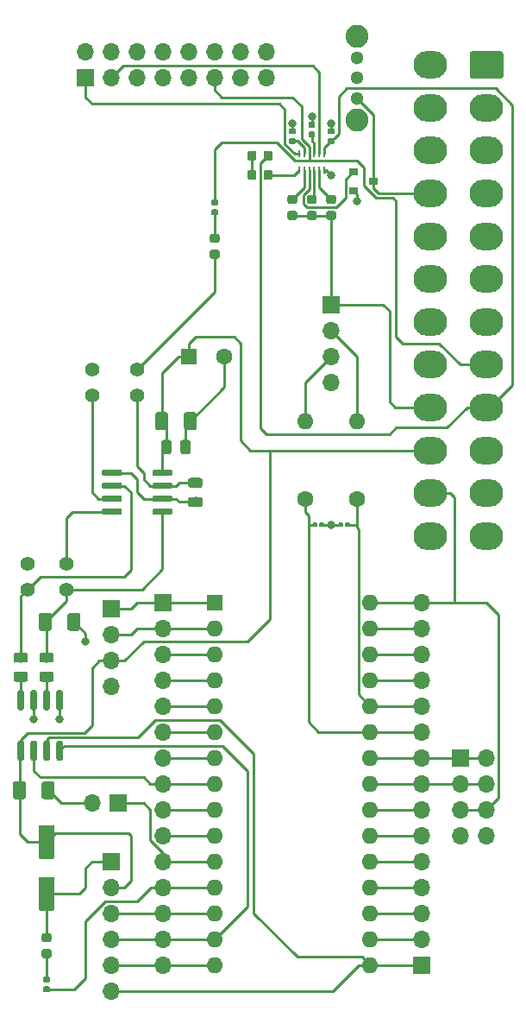
<source format=gbr>
G04 #@! TF.GenerationSoftware,KiCad,Pcbnew,(5.1.2)-1*
G04 #@! TF.CreationDate,2020-04-16T17:30:29+02:00*
G04 #@! TF.ProjectId,Test-PCB_for_Arduino-DAC,54657374-2d50-4434-925f-666f725f4172,0.0.1*
G04 #@! TF.SameCoordinates,Original*
G04 #@! TF.FileFunction,Copper,L1,Top*
G04 #@! TF.FilePolarity,Positive*
%FSLAX46Y46*%
G04 Gerber Fmt 4.6, Leading zero omitted, Abs format (unit mm)*
G04 Created by KiCad (PCBNEW (5.1.2)-1) date 2020-04-16 17:30:29*
%MOMM*%
%LPD*%
G04 APERTURE LIST*
%ADD10C,1.400000*%
%ADD11C,0.100000*%
%ADD12C,0.875000*%
%ADD13C,0.600000*%
%ADD14R,0.250000X0.700000*%
%ADD15C,2.250000*%
%ADD16C,1.300000*%
%ADD17O,1.600000X1.600000*%
%ADD18C,1.600000*%
%ADD19C,0.975000*%
%ADD20C,0.590000*%
%ADD21R,0.900000X0.800000*%
%ADD22O,1.700000X1.700000*%
%ADD23R,1.700000X1.700000*%
%ADD24O,3.300000X2.700000*%
%ADD25C,2.700000*%
%ADD26C,0.400000*%
%ADD27C,1.250000*%
%ADD28R,1.600000X1.600000*%
%ADD29C,0.800000*%
%ADD30C,0.250000*%
G04 APERTURE END LIST*
D10*
X79375000Y-71120000D03*
X79375000Y-73660000D03*
X72390000Y-90170000D03*
X72390000Y-92710000D03*
X68580000Y-90170000D03*
X68580000Y-92710000D03*
X74930000Y-71120000D03*
X74930000Y-73660000D03*
D11*
G36*
X94892691Y-54021053D02*
G01*
X94913926Y-54024203D01*
X94934750Y-54029419D01*
X94954962Y-54036651D01*
X94974368Y-54045830D01*
X94992781Y-54056866D01*
X95010024Y-54069654D01*
X95025930Y-54084070D01*
X95040346Y-54099976D01*
X95053134Y-54117219D01*
X95064170Y-54135632D01*
X95073349Y-54155038D01*
X95080581Y-54175250D01*
X95085797Y-54196074D01*
X95088947Y-54217309D01*
X95090000Y-54238750D01*
X95090000Y-54676250D01*
X95088947Y-54697691D01*
X95085797Y-54718926D01*
X95080581Y-54739750D01*
X95073349Y-54759962D01*
X95064170Y-54779368D01*
X95053134Y-54797781D01*
X95040346Y-54815024D01*
X95025930Y-54830930D01*
X95010024Y-54845346D01*
X94992781Y-54858134D01*
X94974368Y-54869170D01*
X94954962Y-54878349D01*
X94934750Y-54885581D01*
X94913926Y-54890797D01*
X94892691Y-54893947D01*
X94871250Y-54895000D01*
X94358750Y-54895000D01*
X94337309Y-54893947D01*
X94316074Y-54890797D01*
X94295250Y-54885581D01*
X94275038Y-54878349D01*
X94255632Y-54869170D01*
X94237219Y-54858134D01*
X94219976Y-54845346D01*
X94204070Y-54830930D01*
X94189654Y-54815024D01*
X94176866Y-54797781D01*
X94165830Y-54779368D01*
X94156651Y-54759962D01*
X94149419Y-54739750D01*
X94144203Y-54718926D01*
X94141053Y-54697691D01*
X94140000Y-54676250D01*
X94140000Y-54238750D01*
X94141053Y-54217309D01*
X94144203Y-54196074D01*
X94149419Y-54175250D01*
X94156651Y-54155038D01*
X94165830Y-54135632D01*
X94176866Y-54117219D01*
X94189654Y-54099976D01*
X94204070Y-54084070D01*
X94219976Y-54069654D01*
X94237219Y-54056866D01*
X94255632Y-54045830D01*
X94275038Y-54036651D01*
X94295250Y-54029419D01*
X94316074Y-54024203D01*
X94337309Y-54021053D01*
X94358750Y-54020000D01*
X94871250Y-54020000D01*
X94892691Y-54021053D01*
X94892691Y-54021053D01*
G37*
D12*
X94615000Y-54457500D03*
D11*
G36*
X94892691Y-55596053D02*
G01*
X94913926Y-55599203D01*
X94934750Y-55604419D01*
X94954962Y-55611651D01*
X94974368Y-55620830D01*
X94992781Y-55631866D01*
X95010024Y-55644654D01*
X95025930Y-55659070D01*
X95040346Y-55674976D01*
X95053134Y-55692219D01*
X95064170Y-55710632D01*
X95073349Y-55730038D01*
X95080581Y-55750250D01*
X95085797Y-55771074D01*
X95088947Y-55792309D01*
X95090000Y-55813750D01*
X95090000Y-56251250D01*
X95088947Y-56272691D01*
X95085797Y-56293926D01*
X95080581Y-56314750D01*
X95073349Y-56334962D01*
X95064170Y-56354368D01*
X95053134Y-56372781D01*
X95040346Y-56390024D01*
X95025930Y-56405930D01*
X95010024Y-56420346D01*
X94992781Y-56433134D01*
X94974368Y-56444170D01*
X94954962Y-56453349D01*
X94934750Y-56460581D01*
X94913926Y-56465797D01*
X94892691Y-56468947D01*
X94871250Y-56470000D01*
X94358750Y-56470000D01*
X94337309Y-56468947D01*
X94316074Y-56465797D01*
X94295250Y-56460581D01*
X94275038Y-56453349D01*
X94255632Y-56444170D01*
X94237219Y-56433134D01*
X94219976Y-56420346D01*
X94204070Y-56405930D01*
X94189654Y-56390024D01*
X94176866Y-56372781D01*
X94165830Y-56354368D01*
X94156651Y-56334962D01*
X94149419Y-56314750D01*
X94144203Y-56293926D01*
X94141053Y-56272691D01*
X94140000Y-56251250D01*
X94140000Y-55813750D01*
X94141053Y-55792309D01*
X94144203Y-55771074D01*
X94149419Y-55750250D01*
X94156651Y-55730038D01*
X94165830Y-55710632D01*
X94176866Y-55692219D01*
X94189654Y-55674976D01*
X94204070Y-55659070D01*
X94219976Y-55644654D01*
X94237219Y-55631866D01*
X94255632Y-55620830D01*
X94275038Y-55611651D01*
X94295250Y-55604419D01*
X94316074Y-55599203D01*
X94337309Y-55596053D01*
X94358750Y-55595000D01*
X94871250Y-55595000D01*
X94892691Y-55596053D01*
X94892691Y-55596053D01*
G37*
D12*
X94615000Y-56032500D03*
D11*
G36*
X90892691Y-49691053D02*
G01*
X90913926Y-49694203D01*
X90934750Y-49699419D01*
X90954962Y-49706651D01*
X90974368Y-49715830D01*
X90992781Y-49726866D01*
X91010024Y-49739654D01*
X91025930Y-49754070D01*
X91040346Y-49769976D01*
X91053134Y-49787219D01*
X91064170Y-49805632D01*
X91073349Y-49825038D01*
X91080581Y-49845250D01*
X91085797Y-49866074D01*
X91088947Y-49887309D01*
X91090000Y-49908750D01*
X91090000Y-50421250D01*
X91088947Y-50442691D01*
X91085797Y-50463926D01*
X91080581Y-50484750D01*
X91073349Y-50504962D01*
X91064170Y-50524368D01*
X91053134Y-50542781D01*
X91040346Y-50560024D01*
X91025930Y-50575930D01*
X91010024Y-50590346D01*
X90992781Y-50603134D01*
X90974368Y-50614170D01*
X90954962Y-50623349D01*
X90934750Y-50630581D01*
X90913926Y-50635797D01*
X90892691Y-50638947D01*
X90871250Y-50640000D01*
X90433750Y-50640000D01*
X90412309Y-50638947D01*
X90391074Y-50635797D01*
X90370250Y-50630581D01*
X90350038Y-50623349D01*
X90330632Y-50614170D01*
X90312219Y-50603134D01*
X90294976Y-50590346D01*
X90279070Y-50575930D01*
X90264654Y-50560024D01*
X90251866Y-50542781D01*
X90240830Y-50524368D01*
X90231651Y-50504962D01*
X90224419Y-50484750D01*
X90219203Y-50463926D01*
X90216053Y-50442691D01*
X90215000Y-50421250D01*
X90215000Y-49908750D01*
X90216053Y-49887309D01*
X90219203Y-49866074D01*
X90224419Y-49845250D01*
X90231651Y-49825038D01*
X90240830Y-49805632D01*
X90251866Y-49787219D01*
X90264654Y-49769976D01*
X90279070Y-49754070D01*
X90294976Y-49739654D01*
X90312219Y-49726866D01*
X90330632Y-49715830D01*
X90350038Y-49706651D01*
X90370250Y-49699419D01*
X90391074Y-49694203D01*
X90412309Y-49691053D01*
X90433750Y-49690000D01*
X90871250Y-49690000D01*
X90892691Y-49691053D01*
X90892691Y-49691053D01*
G37*
D12*
X90652500Y-50165000D03*
D11*
G36*
X92467691Y-49691053D02*
G01*
X92488926Y-49694203D01*
X92509750Y-49699419D01*
X92529962Y-49706651D01*
X92549368Y-49715830D01*
X92567781Y-49726866D01*
X92585024Y-49739654D01*
X92600930Y-49754070D01*
X92615346Y-49769976D01*
X92628134Y-49787219D01*
X92639170Y-49805632D01*
X92648349Y-49825038D01*
X92655581Y-49845250D01*
X92660797Y-49866074D01*
X92663947Y-49887309D01*
X92665000Y-49908750D01*
X92665000Y-50421250D01*
X92663947Y-50442691D01*
X92660797Y-50463926D01*
X92655581Y-50484750D01*
X92648349Y-50504962D01*
X92639170Y-50524368D01*
X92628134Y-50542781D01*
X92615346Y-50560024D01*
X92600930Y-50575930D01*
X92585024Y-50590346D01*
X92567781Y-50603134D01*
X92549368Y-50614170D01*
X92529962Y-50623349D01*
X92509750Y-50630581D01*
X92488926Y-50635797D01*
X92467691Y-50638947D01*
X92446250Y-50640000D01*
X92008750Y-50640000D01*
X91987309Y-50638947D01*
X91966074Y-50635797D01*
X91945250Y-50630581D01*
X91925038Y-50623349D01*
X91905632Y-50614170D01*
X91887219Y-50603134D01*
X91869976Y-50590346D01*
X91854070Y-50575930D01*
X91839654Y-50560024D01*
X91826866Y-50542781D01*
X91815830Y-50524368D01*
X91806651Y-50504962D01*
X91799419Y-50484750D01*
X91794203Y-50463926D01*
X91791053Y-50442691D01*
X91790000Y-50421250D01*
X91790000Y-49908750D01*
X91791053Y-49887309D01*
X91794203Y-49866074D01*
X91799419Y-49845250D01*
X91806651Y-49825038D01*
X91815830Y-49805632D01*
X91826866Y-49787219D01*
X91839654Y-49769976D01*
X91854070Y-49754070D01*
X91869976Y-49739654D01*
X91887219Y-49726866D01*
X91905632Y-49715830D01*
X91925038Y-49706651D01*
X91945250Y-49699419D01*
X91966074Y-49694203D01*
X91987309Y-49691053D01*
X92008750Y-49690000D01*
X92446250Y-49690000D01*
X92467691Y-49691053D01*
X92467691Y-49691053D01*
G37*
D12*
X92227500Y-50165000D03*
D11*
G36*
X96797691Y-54021053D02*
G01*
X96818926Y-54024203D01*
X96839750Y-54029419D01*
X96859962Y-54036651D01*
X96879368Y-54045830D01*
X96897781Y-54056866D01*
X96915024Y-54069654D01*
X96930930Y-54084070D01*
X96945346Y-54099976D01*
X96958134Y-54117219D01*
X96969170Y-54135632D01*
X96978349Y-54155038D01*
X96985581Y-54175250D01*
X96990797Y-54196074D01*
X96993947Y-54217309D01*
X96995000Y-54238750D01*
X96995000Y-54676250D01*
X96993947Y-54697691D01*
X96990797Y-54718926D01*
X96985581Y-54739750D01*
X96978349Y-54759962D01*
X96969170Y-54779368D01*
X96958134Y-54797781D01*
X96945346Y-54815024D01*
X96930930Y-54830930D01*
X96915024Y-54845346D01*
X96897781Y-54858134D01*
X96879368Y-54869170D01*
X96859962Y-54878349D01*
X96839750Y-54885581D01*
X96818926Y-54890797D01*
X96797691Y-54893947D01*
X96776250Y-54895000D01*
X96263750Y-54895000D01*
X96242309Y-54893947D01*
X96221074Y-54890797D01*
X96200250Y-54885581D01*
X96180038Y-54878349D01*
X96160632Y-54869170D01*
X96142219Y-54858134D01*
X96124976Y-54845346D01*
X96109070Y-54830930D01*
X96094654Y-54815024D01*
X96081866Y-54797781D01*
X96070830Y-54779368D01*
X96061651Y-54759962D01*
X96054419Y-54739750D01*
X96049203Y-54718926D01*
X96046053Y-54697691D01*
X96045000Y-54676250D01*
X96045000Y-54238750D01*
X96046053Y-54217309D01*
X96049203Y-54196074D01*
X96054419Y-54175250D01*
X96061651Y-54155038D01*
X96070830Y-54135632D01*
X96081866Y-54117219D01*
X96094654Y-54099976D01*
X96109070Y-54084070D01*
X96124976Y-54069654D01*
X96142219Y-54056866D01*
X96160632Y-54045830D01*
X96180038Y-54036651D01*
X96200250Y-54029419D01*
X96221074Y-54024203D01*
X96242309Y-54021053D01*
X96263750Y-54020000D01*
X96776250Y-54020000D01*
X96797691Y-54021053D01*
X96797691Y-54021053D01*
G37*
D12*
X96520000Y-54457500D03*
D11*
G36*
X96797691Y-55596053D02*
G01*
X96818926Y-55599203D01*
X96839750Y-55604419D01*
X96859962Y-55611651D01*
X96879368Y-55620830D01*
X96897781Y-55631866D01*
X96915024Y-55644654D01*
X96930930Y-55659070D01*
X96945346Y-55674976D01*
X96958134Y-55692219D01*
X96969170Y-55710632D01*
X96978349Y-55730038D01*
X96985581Y-55750250D01*
X96990797Y-55771074D01*
X96993947Y-55792309D01*
X96995000Y-55813750D01*
X96995000Y-56251250D01*
X96993947Y-56272691D01*
X96990797Y-56293926D01*
X96985581Y-56314750D01*
X96978349Y-56334962D01*
X96969170Y-56354368D01*
X96958134Y-56372781D01*
X96945346Y-56390024D01*
X96930930Y-56405930D01*
X96915024Y-56420346D01*
X96897781Y-56433134D01*
X96879368Y-56444170D01*
X96859962Y-56453349D01*
X96839750Y-56460581D01*
X96818926Y-56465797D01*
X96797691Y-56468947D01*
X96776250Y-56470000D01*
X96263750Y-56470000D01*
X96242309Y-56468947D01*
X96221074Y-56465797D01*
X96200250Y-56460581D01*
X96180038Y-56453349D01*
X96160632Y-56444170D01*
X96142219Y-56433134D01*
X96124976Y-56420346D01*
X96109070Y-56405930D01*
X96094654Y-56390024D01*
X96081866Y-56372781D01*
X96070830Y-56354368D01*
X96061651Y-56334962D01*
X96054419Y-56314750D01*
X96049203Y-56293926D01*
X96046053Y-56272691D01*
X96045000Y-56251250D01*
X96045000Y-55813750D01*
X96046053Y-55792309D01*
X96049203Y-55771074D01*
X96054419Y-55750250D01*
X96061651Y-55730038D01*
X96070830Y-55710632D01*
X96081866Y-55692219D01*
X96094654Y-55674976D01*
X96109070Y-55659070D01*
X96124976Y-55644654D01*
X96142219Y-55631866D01*
X96160632Y-55620830D01*
X96180038Y-55611651D01*
X96200250Y-55604419D01*
X96221074Y-55599203D01*
X96242309Y-55596053D01*
X96263750Y-55595000D01*
X96776250Y-55595000D01*
X96797691Y-55596053D01*
X96797691Y-55596053D01*
G37*
D12*
X96520000Y-56032500D03*
D11*
G36*
X98702691Y-54021053D02*
G01*
X98723926Y-54024203D01*
X98744750Y-54029419D01*
X98764962Y-54036651D01*
X98784368Y-54045830D01*
X98802781Y-54056866D01*
X98820024Y-54069654D01*
X98835930Y-54084070D01*
X98850346Y-54099976D01*
X98863134Y-54117219D01*
X98874170Y-54135632D01*
X98883349Y-54155038D01*
X98890581Y-54175250D01*
X98895797Y-54196074D01*
X98898947Y-54217309D01*
X98900000Y-54238750D01*
X98900000Y-54676250D01*
X98898947Y-54697691D01*
X98895797Y-54718926D01*
X98890581Y-54739750D01*
X98883349Y-54759962D01*
X98874170Y-54779368D01*
X98863134Y-54797781D01*
X98850346Y-54815024D01*
X98835930Y-54830930D01*
X98820024Y-54845346D01*
X98802781Y-54858134D01*
X98784368Y-54869170D01*
X98764962Y-54878349D01*
X98744750Y-54885581D01*
X98723926Y-54890797D01*
X98702691Y-54893947D01*
X98681250Y-54895000D01*
X98168750Y-54895000D01*
X98147309Y-54893947D01*
X98126074Y-54890797D01*
X98105250Y-54885581D01*
X98085038Y-54878349D01*
X98065632Y-54869170D01*
X98047219Y-54858134D01*
X98029976Y-54845346D01*
X98014070Y-54830930D01*
X97999654Y-54815024D01*
X97986866Y-54797781D01*
X97975830Y-54779368D01*
X97966651Y-54759962D01*
X97959419Y-54739750D01*
X97954203Y-54718926D01*
X97951053Y-54697691D01*
X97950000Y-54676250D01*
X97950000Y-54238750D01*
X97951053Y-54217309D01*
X97954203Y-54196074D01*
X97959419Y-54175250D01*
X97966651Y-54155038D01*
X97975830Y-54135632D01*
X97986866Y-54117219D01*
X97999654Y-54099976D01*
X98014070Y-54084070D01*
X98029976Y-54069654D01*
X98047219Y-54056866D01*
X98065632Y-54045830D01*
X98085038Y-54036651D01*
X98105250Y-54029419D01*
X98126074Y-54024203D01*
X98147309Y-54021053D01*
X98168750Y-54020000D01*
X98681250Y-54020000D01*
X98702691Y-54021053D01*
X98702691Y-54021053D01*
G37*
D12*
X98425000Y-54457500D03*
D11*
G36*
X98702691Y-55596053D02*
G01*
X98723926Y-55599203D01*
X98744750Y-55604419D01*
X98764962Y-55611651D01*
X98784368Y-55620830D01*
X98802781Y-55631866D01*
X98820024Y-55644654D01*
X98835930Y-55659070D01*
X98850346Y-55674976D01*
X98863134Y-55692219D01*
X98874170Y-55710632D01*
X98883349Y-55730038D01*
X98890581Y-55750250D01*
X98895797Y-55771074D01*
X98898947Y-55792309D01*
X98900000Y-55813750D01*
X98900000Y-56251250D01*
X98898947Y-56272691D01*
X98895797Y-56293926D01*
X98890581Y-56314750D01*
X98883349Y-56334962D01*
X98874170Y-56354368D01*
X98863134Y-56372781D01*
X98850346Y-56390024D01*
X98835930Y-56405930D01*
X98820024Y-56420346D01*
X98802781Y-56433134D01*
X98784368Y-56444170D01*
X98764962Y-56453349D01*
X98744750Y-56460581D01*
X98723926Y-56465797D01*
X98702691Y-56468947D01*
X98681250Y-56470000D01*
X98168750Y-56470000D01*
X98147309Y-56468947D01*
X98126074Y-56465797D01*
X98105250Y-56460581D01*
X98085038Y-56453349D01*
X98065632Y-56444170D01*
X98047219Y-56433134D01*
X98029976Y-56420346D01*
X98014070Y-56405930D01*
X97999654Y-56390024D01*
X97986866Y-56372781D01*
X97975830Y-56354368D01*
X97966651Y-56334962D01*
X97959419Y-56314750D01*
X97954203Y-56293926D01*
X97951053Y-56272691D01*
X97950000Y-56251250D01*
X97950000Y-55813750D01*
X97951053Y-55792309D01*
X97954203Y-55771074D01*
X97959419Y-55750250D01*
X97966651Y-55730038D01*
X97975830Y-55710632D01*
X97986866Y-55692219D01*
X97999654Y-55674976D01*
X98014070Y-55659070D01*
X98029976Y-55644654D01*
X98047219Y-55631866D01*
X98065632Y-55620830D01*
X98085038Y-55611651D01*
X98105250Y-55604419D01*
X98126074Y-55599203D01*
X98147309Y-55596053D01*
X98168750Y-55595000D01*
X98681250Y-55595000D01*
X98702691Y-55596053D01*
X98702691Y-55596053D01*
G37*
D12*
X98425000Y-56032500D03*
D11*
G36*
X68109703Y-102595722D02*
G01*
X68124264Y-102597882D01*
X68138543Y-102601459D01*
X68152403Y-102606418D01*
X68165710Y-102612712D01*
X68178336Y-102620280D01*
X68190159Y-102629048D01*
X68201066Y-102638934D01*
X68210952Y-102649841D01*
X68219720Y-102661664D01*
X68227288Y-102674290D01*
X68233582Y-102687597D01*
X68238541Y-102701457D01*
X68242118Y-102715736D01*
X68244278Y-102730297D01*
X68245000Y-102745000D01*
X68245000Y-104395000D01*
X68244278Y-104409703D01*
X68242118Y-104424264D01*
X68238541Y-104438543D01*
X68233582Y-104452403D01*
X68227288Y-104465710D01*
X68219720Y-104478336D01*
X68210952Y-104490159D01*
X68201066Y-104501066D01*
X68190159Y-104510952D01*
X68178336Y-104519720D01*
X68165710Y-104527288D01*
X68152403Y-104533582D01*
X68138543Y-104538541D01*
X68124264Y-104542118D01*
X68109703Y-104544278D01*
X68095000Y-104545000D01*
X67795000Y-104545000D01*
X67780297Y-104544278D01*
X67765736Y-104542118D01*
X67751457Y-104538541D01*
X67737597Y-104533582D01*
X67724290Y-104527288D01*
X67711664Y-104519720D01*
X67699841Y-104510952D01*
X67688934Y-104501066D01*
X67679048Y-104490159D01*
X67670280Y-104478336D01*
X67662712Y-104465710D01*
X67656418Y-104452403D01*
X67651459Y-104438543D01*
X67647882Y-104424264D01*
X67645722Y-104409703D01*
X67645000Y-104395000D01*
X67645000Y-102745000D01*
X67645722Y-102730297D01*
X67647882Y-102715736D01*
X67651459Y-102701457D01*
X67656418Y-102687597D01*
X67662712Y-102674290D01*
X67670280Y-102661664D01*
X67679048Y-102649841D01*
X67688934Y-102638934D01*
X67699841Y-102629048D01*
X67711664Y-102620280D01*
X67724290Y-102612712D01*
X67737597Y-102606418D01*
X67751457Y-102601459D01*
X67765736Y-102597882D01*
X67780297Y-102595722D01*
X67795000Y-102595000D01*
X68095000Y-102595000D01*
X68109703Y-102595722D01*
X68109703Y-102595722D01*
G37*
D13*
X67945000Y-103570000D03*
D11*
G36*
X69379703Y-102595722D02*
G01*
X69394264Y-102597882D01*
X69408543Y-102601459D01*
X69422403Y-102606418D01*
X69435710Y-102612712D01*
X69448336Y-102620280D01*
X69460159Y-102629048D01*
X69471066Y-102638934D01*
X69480952Y-102649841D01*
X69489720Y-102661664D01*
X69497288Y-102674290D01*
X69503582Y-102687597D01*
X69508541Y-102701457D01*
X69512118Y-102715736D01*
X69514278Y-102730297D01*
X69515000Y-102745000D01*
X69515000Y-104395000D01*
X69514278Y-104409703D01*
X69512118Y-104424264D01*
X69508541Y-104438543D01*
X69503582Y-104452403D01*
X69497288Y-104465710D01*
X69489720Y-104478336D01*
X69480952Y-104490159D01*
X69471066Y-104501066D01*
X69460159Y-104510952D01*
X69448336Y-104519720D01*
X69435710Y-104527288D01*
X69422403Y-104533582D01*
X69408543Y-104538541D01*
X69394264Y-104542118D01*
X69379703Y-104544278D01*
X69365000Y-104545000D01*
X69065000Y-104545000D01*
X69050297Y-104544278D01*
X69035736Y-104542118D01*
X69021457Y-104538541D01*
X69007597Y-104533582D01*
X68994290Y-104527288D01*
X68981664Y-104519720D01*
X68969841Y-104510952D01*
X68958934Y-104501066D01*
X68949048Y-104490159D01*
X68940280Y-104478336D01*
X68932712Y-104465710D01*
X68926418Y-104452403D01*
X68921459Y-104438543D01*
X68917882Y-104424264D01*
X68915722Y-104409703D01*
X68915000Y-104395000D01*
X68915000Y-102745000D01*
X68915722Y-102730297D01*
X68917882Y-102715736D01*
X68921459Y-102701457D01*
X68926418Y-102687597D01*
X68932712Y-102674290D01*
X68940280Y-102661664D01*
X68949048Y-102649841D01*
X68958934Y-102638934D01*
X68969841Y-102629048D01*
X68981664Y-102620280D01*
X68994290Y-102612712D01*
X69007597Y-102606418D01*
X69021457Y-102601459D01*
X69035736Y-102597882D01*
X69050297Y-102595722D01*
X69065000Y-102595000D01*
X69365000Y-102595000D01*
X69379703Y-102595722D01*
X69379703Y-102595722D01*
G37*
D13*
X69215000Y-103570000D03*
D11*
G36*
X70649703Y-102595722D02*
G01*
X70664264Y-102597882D01*
X70678543Y-102601459D01*
X70692403Y-102606418D01*
X70705710Y-102612712D01*
X70718336Y-102620280D01*
X70730159Y-102629048D01*
X70741066Y-102638934D01*
X70750952Y-102649841D01*
X70759720Y-102661664D01*
X70767288Y-102674290D01*
X70773582Y-102687597D01*
X70778541Y-102701457D01*
X70782118Y-102715736D01*
X70784278Y-102730297D01*
X70785000Y-102745000D01*
X70785000Y-104395000D01*
X70784278Y-104409703D01*
X70782118Y-104424264D01*
X70778541Y-104438543D01*
X70773582Y-104452403D01*
X70767288Y-104465710D01*
X70759720Y-104478336D01*
X70750952Y-104490159D01*
X70741066Y-104501066D01*
X70730159Y-104510952D01*
X70718336Y-104519720D01*
X70705710Y-104527288D01*
X70692403Y-104533582D01*
X70678543Y-104538541D01*
X70664264Y-104542118D01*
X70649703Y-104544278D01*
X70635000Y-104545000D01*
X70335000Y-104545000D01*
X70320297Y-104544278D01*
X70305736Y-104542118D01*
X70291457Y-104538541D01*
X70277597Y-104533582D01*
X70264290Y-104527288D01*
X70251664Y-104519720D01*
X70239841Y-104510952D01*
X70228934Y-104501066D01*
X70219048Y-104490159D01*
X70210280Y-104478336D01*
X70202712Y-104465710D01*
X70196418Y-104452403D01*
X70191459Y-104438543D01*
X70187882Y-104424264D01*
X70185722Y-104409703D01*
X70185000Y-104395000D01*
X70185000Y-102745000D01*
X70185722Y-102730297D01*
X70187882Y-102715736D01*
X70191459Y-102701457D01*
X70196418Y-102687597D01*
X70202712Y-102674290D01*
X70210280Y-102661664D01*
X70219048Y-102649841D01*
X70228934Y-102638934D01*
X70239841Y-102629048D01*
X70251664Y-102620280D01*
X70264290Y-102612712D01*
X70277597Y-102606418D01*
X70291457Y-102601459D01*
X70305736Y-102597882D01*
X70320297Y-102595722D01*
X70335000Y-102595000D01*
X70635000Y-102595000D01*
X70649703Y-102595722D01*
X70649703Y-102595722D01*
G37*
D13*
X70485000Y-103570000D03*
D11*
G36*
X71919703Y-102595722D02*
G01*
X71934264Y-102597882D01*
X71948543Y-102601459D01*
X71962403Y-102606418D01*
X71975710Y-102612712D01*
X71988336Y-102620280D01*
X72000159Y-102629048D01*
X72011066Y-102638934D01*
X72020952Y-102649841D01*
X72029720Y-102661664D01*
X72037288Y-102674290D01*
X72043582Y-102687597D01*
X72048541Y-102701457D01*
X72052118Y-102715736D01*
X72054278Y-102730297D01*
X72055000Y-102745000D01*
X72055000Y-104395000D01*
X72054278Y-104409703D01*
X72052118Y-104424264D01*
X72048541Y-104438543D01*
X72043582Y-104452403D01*
X72037288Y-104465710D01*
X72029720Y-104478336D01*
X72020952Y-104490159D01*
X72011066Y-104501066D01*
X72000159Y-104510952D01*
X71988336Y-104519720D01*
X71975710Y-104527288D01*
X71962403Y-104533582D01*
X71948543Y-104538541D01*
X71934264Y-104542118D01*
X71919703Y-104544278D01*
X71905000Y-104545000D01*
X71605000Y-104545000D01*
X71590297Y-104544278D01*
X71575736Y-104542118D01*
X71561457Y-104538541D01*
X71547597Y-104533582D01*
X71534290Y-104527288D01*
X71521664Y-104519720D01*
X71509841Y-104510952D01*
X71498934Y-104501066D01*
X71489048Y-104490159D01*
X71480280Y-104478336D01*
X71472712Y-104465710D01*
X71466418Y-104452403D01*
X71461459Y-104438543D01*
X71457882Y-104424264D01*
X71455722Y-104409703D01*
X71455000Y-104395000D01*
X71455000Y-102745000D01*
X71455722Y-102730297D01*
X71457882Y-102715736D01*
X71461459Y-102701457D01*
X71466418Y-102687597D01*
X71472712Y-102674290D01*
X71480280Y-102661664D01*
X71489048Y-102649841D01*
X71498934Y-102638934D01*
X71509841Y-102629048D01*
X71521664Y-102620280D01*
X71534290Y-102612712D01*
X71547597Y-102606418D01*
X71561457Y-102601459D01*
X71575736Y-102597882D01*
X71590297Y-102595722D01*
X71605000Y-102595000D01*
X71905000Y-102595000D01*
X71919703Y-102595722D01*
X71919703Y-102595722D01*
G37*
D13*
X71755000Y-103570000D03*
D11*
G36*
X71919703Y-107545722D02*
G01*
X71934264Y-107547882D01*
X71948543Y-107551459D01*
X71962403Y-107556418D01*
X71975710Y-107562712D01*
X71988336Y-107570280D01*
X72000159Y-107579048D01*
X72011066Y-107588934D01*
X72020952Y-107599841D01*
X72029720Y-107611664D01*
X72037288Y-107624290D01*
X72043582Y-107637597D01*
X72048541Y-107651457D01*
X72052118Y-107665736D01*
X72054278Y-107680297D01*
X72055000Y-107695000D01*
X72055000Y-109345000D01*
X72054278Y-109359703D01*
X72052118Y-109374264D01*
X72048541Y-109388543D01*
X72043582Y-109402403D01*
X72037288Y-109415710D01*
X72029720Y-109428336D01*
X72020952Y-109440159D01*
X72011066Y-109451066D01*
X72000159Y-109460952D01*
X71988336Y-109469720D01*
X71975710Y-109477288D01*
X71962403Y-109483582D01*
X71948543Y-109488541D01*
X71934264Y-109492118D01*
X71919703Y-109494278D01*
X71905000Y-109495000D01*
X71605000Y-109495000D01*
X71590297Y-109494278D01*
X71575736Y-109492118D01*
X71561457Y-109488541D01*
X71547597Y-109483582D01*
X71534290Y-109477288D01*
X71521664Y-109469720D01*
X71509841Y-109460952D01*
X71498934Y-109451066D01*
X71489048Y-109440159D01*
X71480280Y-109428336D01*
X71472712Y-109415710D01*
X71466418Y-109402403D01*
X71461459Y-109388543D01*
X71457882Y-109374264D01*
X71455722Y-109359703D01*
X71455000Y-109345000D01*
X71455000Y-107695000D01*
X71455722Y-107680297D01*
X71457882Y-107665736D01*
X71461459Y-107651457D01*
X71466418Y-107637597D01*
X71472712Y-107624290D01*
X71480280Y-107611664D01*
X71489048Y-107599841D01*
X71498934Y-107588934D01*
X71509841Y-107579048D01*
X71521664Y-107570280D01*
X71534290Y-107562712D01*
X71547597Y-107556418D01*
X71561457Y-107551459D01*
X71575736Y-107547882D01*
X71590297Y-107545722D01*
X71605000Y-107545000D01*
X71905000Y-107545000D01*
X71919703Y-107545722D01*
X71919703Y-107545722D01*
G37*
D13*
X71755000Y-108520000D03*
D11*
G36*
X70649703Y-107545722D02*
G01*
X70664264Y-107547882D01*
X70678543Y-107551459D01*
X70692403Y-107556418D01*
X70705710Y-107562712D01*
X70718336Y-107570280D01*
X70730159Y-107579048D01*
X70741066Y-107588934D01*
X70750952Y-107599841D01*
X70759720Y-107611664D01*
X70767288Y-107624290D01*
X70773582Y-107637597D01*
X70778541Y-107651457D01*
X70782118Y-107665736D01*
X70784278Y-107680297D01*
X70785000Y-107695000D01*
X70785000Y-109345000D01*
X70784278Y-109359703D01*
X70782118Y-109374264D01*
X70778541Y-109388543D01*
X70773582Y-109402403D01*
X70767288Y-109415710D01*
X70759720Y-109428336D01*
X70750952Y-109440159D01*
X70741066Y-109451066D01*
X70730159Y-109460952D01*
X70718336Y-109469720D01*
X70705710Y-109477288D01*
X70692403Y-109483582D01*
X70678543Y-109488541D01*
X70664264Y-109492118D01*
X70649703Y-109494278D01*
X70635000Y-109495000D01*
X70335000Y-109495000D01*
X70320297Y-109494278D01*
X70305736Y-109492118D01*
X70291457Y-109488541D01*
X70277597Y-109483582D01*
X70264290Y-109477288D01*
X70251664Y-109469720D01*
X70239841Y-109460952D01*
X70228934Y-109451066D01*
X70219048Y-109440159D01*
X70210280Y-109428336D01*
X70202712Y-109415710D01*
X70196418Y-109402403D01*
X70191459Y-109388543D01*
X70187882Y-109374264D01*
X70185722Y-109359703D01*
X70185000Y-109345000D01*
X70185000Y-107695000D01*
X70185722Y-107680297D01*
X70187882Y-107665736D01*
X70191459Y-107651457D01*
X70196418Y-107637597D01*
X70202712Y-107624290D01*
X70210280Y-107611664D01*
X70219048Y-107599841D01*
X70228934Y-107588934D01*
X70239841Y-107579048D01*
X70251664Y-107570280D01*
X70264290Y-107562712D01*
X70277597Y-107556418D01*
X70291457Y-107551459D01*
X70305736Y-107547882D01*
X70320297Y-107545722D01*
X70335000Y-107545000D01*
X70635000Y-107545000D01*
X70649703Y-107545722D01*
X70649703Y-107545722D01*
G37*
D13*
X70485000Y-108520000D03*
D11*
G36*
X69379703Y-107545722D02*
G01*
X69394264Y-107547882D01*
X69408543Y-107551459D01*
X69422403Y-107556418D01*
X69435710Y-107562712D01*
X69448336Y-107570280D01*
X69460159Y-107579048D01*
X69471066Y-107588934D01*
X69480952Y-107599841D01*
X69489720Y-107611664D01*
X69497288Y-107624290D01*
X69503582Y-107637597D01*
X69508541Y-107651457D01*
X69512118Y-107665736D01*
X69514278Y-107680297D01*
X69515000Y-107695000D01*
X69515000Y-109345000D01*
X69514278Y-109359703D01*
X69512118Y-109374264D01*
X69508541Y-109388543D01*
X69503582Y-109402403D01*
X69497288Y-109415710D01*
X69489720Y-109428336D01*
X69480952Y-109440159D01*
X69471066Y-109451066D01*
X69460159Y-109460952D01*
X69448336Y-109469720D01*
X69435710Y-109477288D01*
X69422403Y-109483582D01*
X69408543Y-109488541D01*
X69394264Y-109492118D01*
X69379703Y-109494278D01*
X69365000Y-109495000D01*
X69065000Y-109495000D01*
X69050297Y-109494278D01*
X69035736Y-109492118D01*
X69021457Y-109488541D01*
X69007597Y-109483582D01*
X68994290Y-109477288D01*
X68981664Y-109469720D01*
X68969841Y-109460952D01*
X68958934Y-109451066D01*
X68949048Y-109440159D01*
X68940280Y-109428336D01*
X68932712Y-109415710D01*
X68926418Y-109402403D01*
X68921459Y-109388543D01*
X68917882Y-109374264D01*
X68915722Y-109359703D01*
X68915000Y-109345000D01*
X68915000Y-107695000D01*
X68915722Y-107680297D01*
X68917882Y-107665736D01*
X68921459Y-107651457D01*
X68926418Y-107637597D01*
X68932712Y-107624290D01*
X68940280Y-107611664D01*
X68949048Y-107599841D01*
X68958934Y-107588934D01*
X68969841Y-107579048D01*
X68981664Y-107570280D01*
X68994290Y-107562712D01*
X69007597Y-107556418D01*
X69021457Y-107551459D01*
X69035736Y-107547882D01*
X69050297Y-107545722D01*
X69065000Y-107545000D01*
X69365000Y-107545000D01*
X69379703Y-107545722D01*
X69379703Y-107545722D01*
G37*
D13*
X69215000Y-108520000D03*
D11*
G36*
X68109703Y-107545722D02*
G01*
X68124264Y-107547882D01*
X68138543Y-107551459D01*
X68152403Y-107556418D01*
X68165710Y-107562712D01*
X68178336Y-107570280D01*
X68190159Y-107579048D01*
X68201066Y-107588934D01*
X68210952Y-107599841D01*
X68219720Y-107611664D01*
X68227288Y-107624290D01*
X68233582Y-107637597D01*
X68238541Y-107651457D01*
X68242118Y-107665736D01*
X68244278Y-107680297D01*
X68245000Y-107695000D01*
X68245000Y-109345000D01*
X68244278Y-109359703D01*
X68242118Y-109374264D01*
X68238541Y-109388543D01*
X68233582Y-109402403D01*
X68227288Y-109415710D01*
X68219720Y-109428336D01*
X68210952Y-109440159D01*
X68201066Y-109451066D01*
X68190159Y-109460952D01*
X68178336Y-109469720D01*
X68165710Y-109477288D01*
X68152403Y-109483582D01*
X68138543Y-109488541D01*
X68124264Y-109492118D01*
X68109703Y-109494278D01*
X68095000Y-109495000D01*
X67795000Y-109495000D01*
X67780297Y-109494278D01*
X67765736Y-109492118D01*
X67751457Y-109488541D01*
X67737597Y-109483582D01*
X67724290Y-109477288D01*
X67711664Y-109469720D01*
X67699841Y-109460952D01*
X67688934Y-109451066D01*
X67679048Y-109440159D01*
X67670280Y-109428336D01*
X67662712Y-109415710D01*
X67656418Y-109402403D01*
X67651459Y-109388543D01*
X67647882Y-109374264D01*
X67645722Y-109359703D01*
X67645000Y-109345000D01*
X67645000Y-107695000D01*
X67645722Y-107680297D01*
X67647882Y-107665736D01*
X67651459Y-107651457D01*
X67656418Y-107637597D01*
X67662712Y-107624290D01*
X67670280Y-107611664D01*
X67679048Y-107599841D01*
X67688934Y-107588934D01*
X67699841Y-107579048D01*
X67711664Y-107570280D01*
X67724290Y-107562712D01*
X67737597Y-107556418D01*
X67751457Y-107551459D01*
X67765736Y-107547882D01*
X67780297Y-107545722D01*
X67795000Y-107545000D01*
X68095000Y-107545000D01*
X68109703Y-107545722D01*
X68109703Y-107545722D01*
G37*
D13*
X67945000Y-108520000D03*
D11*
G36*
X82689703Y-80980722D02*
G01*
X82704264Y-80982882D01*
X82718543Y-80986459D01*
X82732403Y-80991418D01*
X82745710Y-80997712D01*
X82758336Y-81005280D01*
X82770159Y-81014048D01*
X82781066Y-81023934D01*
X82790952Y-81034841D01*
X82799720Y-81046664D01*
X82807288Y-81059290D01*
X82813582Y-81072597D01*
X82818541Y-81086457D01*
X82822118Y-81100736D01*
X82824278Y-81115297D01*
X82825000Y-81130000D01*
X82825000Y-81430000D01*
X82824278Y-81444703D01*
X82822118Y-81459264D01*
X82818541Y-81473543D01*
X82813582Y-81487403D01*
X82807288Y-81500710D01*
X82799720Y-81513336D01*
X82790952Y-81525159D01*
X82781066Y-81536066D01*
X82770159Y-81545952D01*
X82758336Y-81554720D01*
X82745710Y-81562288D01*
X82732403Y-81568582D01*
X82718543Y-81573541D01*
X82704264Y-81577118D01*
X82689703Y-81579278D01*
X82675000Y-81580000D01*
X81025000Y-81580000D01*
X81010297Y-81579278D01*
X80995736Y-81577118D01*
X80981457Y-81573541D01*
X80967597Y-81568582D01*
X80954290Y-81562288D01*
X80941664Y-81554720D01*
X80929841Y-81545952D01*
X80918934Y-81536066D01*
X80909048Y-81525159D01*
X80900280Y-81513336D01*
X80892712Y-81500710D01*
X80886418Y-81487403D01*
X80881459Y-81473543D01*
X80877882Y-81459264D01*
X80875722Y-81444703D01*
X80875000Y-81430000D01*
X80875000Y-81130000D01*
X80875722Y-81115297D01*
X80877882Y-81100736D01*
X80881459Y-81086457D01*
X80886418Y-81072597D01*
X80892712Y-81059290D01*
X80900280Y-81046664D01*
X80909048Y-81034841D01*
X80918934Y-81023934D01*
X80929841Y-81014048D01*
X80941664Y-81005280D01*
X80954290Y-80997712D01*
X80967597Y-80991418D01*
X80981457Y-80986459D01*
X80995736Y-80982882D01*
X81010297Y-80980722D01*
X81025000Y-80980000D01*
X82675000Y-80980000D01*
X82689703Y-80980722D01*
X82689703Y-80980722D01*
G37*
D13*
X81850000Y-81280000D03*
D11*
G36*
X82689703Y-82250722D02*
G01*
X82704264Y-82252882D01*
X82718543Y-82256459D01*
X82732403Y-82261418D01*
X82745710Y-82267712D01*
X82758336Y-82275280D01*
X82770159Y-82284048D01*
X82781066Y-82293934D01*
X82790952Y-82304841D01*
X82799720Y-82316664D01*
X82807288Y-82329290D01*
X82813582Y-82342597D01*
X82818541Y-82356457D01*
X82822118Y-82370736D01*
X82824278Y-82385297D01*
X82825000Y-82400000D01*
X82825000Y-82700000D01*
X82824278Y-82714703D01*
X82822118Y-82729264D01*
X82818541Y-82743543D01*
X82813582Y-82757403D01*
X82807288Y-82770710D01*
X82799720Y-82783336D01*
X82790952Y-82795159D01*
X82781066Y-82806066D01*
X82770159Y-82815952D01*
X82758336Y-82824720D01*
X82745710Y-82832288D01*
X82732403Y-82838582D01*
X82718543Y-82843541D01*
X82704264Y-82847118D01*
X82689703Y-82849278D01*
X82675000Y-82850000D01*
X81025000Y-82850000D01*
X81010297Y-82849278D01*
X80995736Y-82847118D01*
X80981457Y-82843541D01*
X80967597Y-82838582D01*
X80954290Y-82832288D01*
X80941664Y-82824720D01*
X80929841Y-82815952D01*
X80918934Y-82806066D01*
X80909048Y-82795159D01*
X80900280Y-82783336D01*
X80892712Y-82770710D01*
X80886418Y-82757403D01*
X80881459Y-82743543D01*
X80877882Y-82729264D01*
X80875722Y-82714703D01*
X80875000Y-82700000D01*
X80875000Y-82400000D01*
X80875722Y-82385297D01*
X80877882Y-82370736D01*
X80881459Y-82356457D01*
X80886418Y-82342597D01*
X80892712Y-82329290D01*
X80900280Y-82316664D01*
X80909048Y-82304841D01*
X80918934Y-82293934D01*
X80929841Y-82284048D01*
X80941664Y-82275280D01*
X80954290Y-82267712D01*
X80967597Y-82261418D01*
X80981457Y-82256459D01*
X80995736Y-82252882D01*
X81010297Y-82250722D01*
X81025000Y-82250000D01*
X82675000Y-82250000D01*
X82689703Y-82250722D01*
X82689703Y-82250722D01*
G37*
D13*
X81850000Y-82550000D03*
D11*
G36*
X82689703Y-83520722D02*
G01*
X82704264Y-83522882D01*
X82718543Y-83526459D01*
X82732403Y-83531418D01*
X82745710Y-83537712D01*
X82758336Y-83545280D01*
X82770159Y-83554048D01*
X82781066Y-83563934D01*
X82790952Y-83574841D01*
X82799720Y-83586664D01*
X82807288Y-83599290D01*
X82813582Y-83612597D01*
X82818541Y-83626457D01*
X82822118Y-83640736D01*
X82824278Y-83655297D01*
X82825000Y-83670000D01*
X82825000Y-83970000D01*
X82824278Y-83984703D01*
X82822118Y-83999264D01*
X82818541Y-84013543D01*
X82813582Y-84027403D01*
X82807288Y-84040710D01*
X82799720Y-84053336D01*
X82790952Y-84065159D01*
X82781066Y-84076066D01*
X82770159Y-84085952D01*
X82758336Y-84094720D01*
X82745710Y-84102288D01*
X82732403Y-84108582D01*
X82718543Y-84113541D01*
X82704264Y-84117118D01*
X82689703Y-84119278D01*
X82675000Y-84120000D01*
X81025000Y-84120000D01*
X81010297Y-84119278D01*
X80995736Y-84117118D01*
X80981457Y-84113541D01*
X80967597Y-84108582D01*
X80954290Y-84102288D01*
X80941664Y-84094720D01*
X80929841Y-84085952D01*
X80918934Y-84076066D01*
X80909048Y-84065159D01*
X80900280Y-84053336D01*
X80892712Y-84040710D01*
X80886418Y-84027403D01*
X80881459Y-84013543D01*
X80877882Y-83999264D01*
X80875722Y-83984703D01*
X80875000Y-83970000D01*
X80875000Y-83670000D01*
X80875722Y-83655297D01*
X80877882Y-83640736D01*
X80881459Y-83626457D01*
X80886418Y-83612597D01*
X80892712Y-83599290D01*
X80900280Y-83586664D01*
X80909048Y-83574841D01*
X80918934Y-83563934D01*
X80929841Y-83554048D01*
X80941664Y-83545280D01*
X80954290Y-83537712D01*
X80967597Y-83531418D01*
X80981457Y-83526459D01*
X80995736Y-83522882D01*
X81010297Y-83520722D01*
X81025000Y-83520000D01*
X82675000Y-83520000D01*
X82689703Y-83520722D01*
X82689703Y-83520722D01*
G37*
D13*
X81850000Y-83820000D03*
D11*
G36*
X82689703Y-84790722D02*
G01*
X82704264Y-84792882D01*
X82718543Y-84796459D01*
X82732403Y-84801418D01*
X82745710Y-84807712D01*
X82758336Y-84815280D01*
X82770159Y-84824048D01*
X82781066Y-84833934D01*
X82790952Y-84844841D01*
X82799720Y-84856664D01*
X82807288Y-84869290D01*
X82813582Y-84882597D01*
X82818541Y-84896457D01*
X82822118Y-84910736D01*
X82824278Y-84925297D01*
X82825000Y-84940000D01*
X82825000Y-85240000D01*
X82824278Y-85254703D01*
X82822118Y-85269264D01*
X82818541Y-85283543D01*
X82813582Y-85297403D01*
X82807288Y-85310710D01*
X82799720Y-85323336D01*
X82790952Y-85335159D01*
X82781066Y-85346066D01*
X82770159Y-85355952D01*
X82758336Y-85364720D01*
X82745710Y-85372288D01*
X82732403Y-85378582D01*
X82718543Y-85383541D01*
X82704264Y-85387118D01*
X82689703Y-85389278D01*
X82675000Y-85390000D01*
X81025000Y-85390000D01*
X81010297Y-85389278D01*
X80995736Y-85387118D01*
X80981457Y-85383541D01*
X80967597Y-85378582D01*
X80954290Y-85372288D01*
X80941664Y-85364720D01*
X80929841Y-85355952D01*
X80918934Y-85346066D01*
X80909048Y-85335159D01*
X80900280Y-85323336D01*
X80892712Y-85310710D01*
X80886418Y-85297403D01*
X80881459Y-85283543D01*
X80877882Y-85269264D01*
X80875722Y-85254703D01*
X80875000Y-85240000D01*
X80875000Y-84940000D01*
X80875722Y-84925297D01*
X80877882Y-84910736D01*
X80881459Y-84896457D01*
X80886418Y-84882597D01*
X80892712Y-84869290D01*
X80900280Y-84856664D01*
X80909048Y-84844841D01*
X80918934Y-84833934D01*
X80929841Y-84824048D01*
X80941664Y-84815280D01*
X80954290Y-84807712D01*
X80967597Y-84801418D01*
X80981457Y-84796459D01*
X80995736Y-84792882D01*
X81010297Y-84790722D01*
X81025000Y-84790000D01*
X82675000Y-84790000D01*
X82689703Y-84790722D01*
X82689703Y-84790722D01*
G37*
D13*
X81850000Y-85090000D03*
D11*
G36*
X77739703Y-84790722D02*
G01*
X77754264Y-84792882D01*
X77768543Y-84796459D01*
X77782403Y-84801418D01*
X77795710Y-84807712D01*
X77808336Y-84815280D01*
X77820159Y-84824048D01*
X77831066Y-84833934D01*
X77840952Y-84844841D01*
X77849720Y-84856664D01*
X77857288Y-84869290D01*
X77863582Y-84882597D01*
X77868541Y-84896457D01*
X77872118Y-84910736D01*
X77874278Y-84925297D01*
X77875000Y-84940000D01*
X77875000Y-85240000D01*
X77874278Y-85254703D01*
X77872118Y-85269264D01*
X77868541Y-85283543D01*
X77863582Y-85297403D01*
X77857288Y-85310710D01*
X77849720Y-85323336D01*
X77840952Y-85335159D01*
X77831066Y-85346066D01*
X77820159Y-85355952D01*
X77808336Y-85364720D01*
X77795710Y-85372288D01*
X77782403Y-85378582D01*
X77768543Y-85383541D01*
X77754264Y-85387118D01*
X77739703Y-85389278D01*
X77725000Y-85390000D01*
X76075000Y-85390000D01*
X76060297Y-85389278D01*
X76045736Y-85387118D01*
X76031457Y-85383541D01*
X76017597Y-85378582D01*
X76004290Y-85372288D01*
X75991664Y-85364720D01*
X75979841Y-85355952D01*
X75968934Y-85346066D01*
X75959048Y-85335159D01*
X75950280Y-85323336D01*
X75942712Y-85310710D01*
X75936418Y-85297403D01*
X75931459Y-85283543D01*
X75927882Y-85269264D01*
X75925722Y-85254703D01*
X75925000Y-85240000D01*
X75925000Y-84940000D01*
X75925722Y-84925297D01*
X75927882Y-84910736D01*
X75931459Y-84896457D01*
X75936418Y-84882597D01*
X75942712Y-84869290D01*
X75950280Y-84856664D01*
X75959048Y-84844841D01*
X75968934Y-84833934D01*
X75979841Y-84824048D01*
X75991664Y-84815280D01*
X76004290Y-84807712D01*
X76017597Y-84801418D01*
X76031457Y-84796459D01*
X76045736Y-84792882D01*
X76060297Y-84790722D01*
X76075000Y-84790000D01*
X77725000Y-84790000D01*
X77739703Y-84790722D01*
X77739703Y-84790722D01*
G37*
D13*
X76900000Y-85090000D03*
D11*
G36*
X77739703Y-83520722D02*
G01*
X77754264Y-83522882D01*
X77768543Y-83526459D01*
X77782403Y-83531418D01*
X77795710Y-83537712D01*
X77808336Y-83545280D01*
X77820159Y-83554048D01*
X77831066Y-83563934D01*
X77840952Y-83574841D01*
X77849720Y-83586664D01*
X77857288Y-83599290D01*
X77863582Y-83612597D01*
X77868541Y-83626457D01*
X77872118Y-83640736D01*
X77874278Y-83655297D01*
X77875000Y-83670000D01*
X77875000Y-83970000D01*
X77874278Y-83984703D01*
X77872118Y-83999264D01*
X77868541Y-84013543D01*
X77863582Y-84027403D01*
X77857288Y-84040710D01*
X77849720Y-84053336D01*
X77840952Y-84065159D01*
X77831066Y-84076066D01*
X77820159Y-84085952D01*
X77808336Y-84094720D01*
X77795710Y-84102288D01*
X77782403Y-84108582D01*
X77768543Y-84113541D01*
X77754264Y-84117118D01*
X77739703Y-84119278D01*
X77725000Y-84120000D01*
X76075000Y-84120000D01*
X76060297Y-84119278D01*
X76045736Y-84117118D01*
X76031457Y-84113541D01*
X76017597Y-84108582D01*
X76004290Y-84102288D01*
X75991664Y-84094720D01*
X75979841Y-84085952D01*
X75968934Y-84076066D01*
X75959048Y-84065159D01*
X75950280Y-84053336D01*
X75942712Y-84040710D01*
X75936418Y-84027403D01*
X75931459Y-84013543D01*
X75927882Y-83999264D01*
X75925722Y-83984703D01*
X75925000Y-83970000D01*
X75925000Y-83670000D01*
X75925722Y-83655297D01*
X75927882Y-83640736D01*
X75931459Y-83626457D01*
X75936418Y-83612597D01*
X75942712Y-83599290D01*
X75950280Y-83586664D01*
X75959048Y-83574841D01*
X75968934Y-83563934D01*
X75979841Y-83554048D01*
X75991664Y-83545280D01*
X76004290Y-83537712D01*
X76017597Y-83531418D01*
X76031457Y-83526459D01*
X76045736Y-83522882D01*
X76060297Y-83520722D01*
X76075000Y-83520000D01*
X77725000Y-83520000D01*
X77739703Y-83520722D01*
X77739703Y-83520722D01*
G37*
D13*
X76900000Y-83820000D03*
D11*
G36*
X77739703Y-82250722D02*
G01*
X77754264Y-82252882D01*
X77768543Y-82256459D01*
X77782403Y-82261418D01*
X77795710Y-82267712D01*
X77808336Y-82275280D01*
X77820159Y-82284048D01*
X77831066Y-82293934D01*
X77840952Y-82304841D01*
X77849720Y-82316664D01*
X77857288Y-82329290D01*
X77863582Y-82342597D01*
X77868541Y-82356457D01*
X77872118Y-82370736D01*
X77874278Y-82385297D01*
X77875000Y-82400000D01*
X77875000Y-82700000D01*
X77874278Y-82714703D01*
X77872118Y-82729264D01*
X77868541Y-82743543D01*
X77863582Y-82757403D01*
X77857288Y-82770710D01*
X77849720Y-82783336D01*
X77840952Y-82795159D01*
X77831066Y-82806066D01*
X77820159Y-82815952D01*
X77808336Y-82824720D01*
X77795710Y-82832288D01*
X77782403Y-82838582D01*
X77768543Y-82843541D01*
X77754264Y-82847118D01*
X77739703Y-82849278D01*
X77725000Y-82850000D01*
X76075000Y-82850000D01*
X76060297Y-82849278D01*
X76045736Y-82847118D01*
X76031457Y-82843541D01*
X76017597Y-82838582D01*
X76004290Y-82832288D01*
X75991664Y-82824720D01*
X75979841Y-82815952D01*
X75968934Y-82806066D01*
X75959048Y-82795159D01*
X75950280Y-82783336D01*
X75942712Y-82770710D01*
X75936418Y-82757403D01*
X75931459Y-82743543D01*
X75927882Y-82729264D01*
X75925722Y-82714703D01*
X75925000Y-82700000D01*
X75925000Y-82400000D01*
X75925722Y-82385297D01*
X75927882Y-82370736D01*
X75931459Y-82356457D01*
X75936418Y-82342597D01*
X75942712Y-82329290D01*
X75950280Y-82316664D01*
X75959048Y-82304841D01*
X75968934Y-82293934D01*
X75979841Y-82284048D01*
X75991664Y-82275280D01*
X76004290Y-82267712D01*
X76017597Y-82261418D01*
X76031457Y-82256459D01*
X76045736Y-82252882D01*
X76060297Y-82250722D01*
X76075000Y-82250000D01*
X77725000Y-82250000D01*
X77739703Y-82250722D01*
X77739703Y-82250722D01*
G37*
D13*
X76900000Y-82550000D03*
D11*
G36*
X77739703Y-80980722D02*
G01*
X77754264Y-80982882D01*
X77768543Y-80986459D01*
X77782403Y-80991418D01*
X77795710Y-80997712D01*
X77808336Y-81005280D01*
X77820159Y-81014048D01*
X77831066Y-81023934D01*
X77840952Y-81034841D01*
X77849720Y-81046664D01*
X77857288Y-81059290D01*
X77863582Y-81072597D01*
X77868541Y-81086457D01*
X77872118Y-81100736D01*
X77874278Y-81115297D01*
X77875000Y-81130000D01*
X77875000Y-81430000D01*
X77874278Y-81444703D01*
X77872118Y-81459264D01*
X77868541Y-81473543D01*
X77863582Y-81487403D01*
X77857288Y-81500710D01*
X77849720Y-81513336D01*
X77840952Y-81525159D01*
X77831066Y-81536066D01*
X77820159Y-81545952D01*
X77808336Y-81554720D01*
X77795710Y-81562288D01*
X77782403Y-81568582D01*
X77768543Y-81573541D01*
X77754264Y-81577118D01*
X77739703Y-81579278D01*
X77725000Y-81580000D01*
X76075000Y-81580000D01*
X76060297Y-81579278D01*
X76045736Y-81577118D01*
X76031457Y-81573541D01*
X76017597Y-81568582D01*
X76004290Y-81562288D01*
X75991664Y-81554720D01*
X75979841Y-81545952D01*
X75968934Y-81536066D01*
X75959048Y-81525159D01*
X75950280Y-81513336D01*
X75942712Y-81500710D01*
X75936418Y-81487403D01*
X75931459Y-81473543D01*
X75927882Y-81459264D01*
X75925722Y-81444703D01*
X75925000Y-81430000D01*
X75925000Y-81130000D01*
X75925722Y-81115297D01*
X75927882Y-81100736D01*
X75931459Y-81086457D01*
X75936418Y-81072597D01*
X75942712Y-81059290D01*
X75950280Y-81046664D01*
X75959048Y-81034841D01*
X75968934Y-81023934D01*
X75979841Y-81014048D01*
X75991664Y-81005280D01*
X76004290Y-80997712D01*
X76017597Y-80991418D01*
X76031457Y-80986459D01*
X76045736Y-80982882D01*
X76060297Y-80980722D01*
X76075000Y-80980000D01*
X77725000Y-80980000D01*
X77739703Y-80980722D01*
X77739703Y-80980722D01*
G37*
D13*
X76900000Y-81280000D03*
D14*
X97770000Y-51600000D03*
X97270000Y-51600000D03*
X96770000Y-51600000D03*
X96270000Y-51600000D03*
X95770000Y-51600000D03*
X95270000Y-51600000D03*
X95270000Y-50000000D03*
X95770000Y-50000000D03*
X96270000Y-50000000D03*
X96770000Y-50000000D03*
X97270000Y-50000000D03*
X97770000Y-50000000D03*
D15*
X100965000Y-38445000D03*
X100965000Y-46645000D03*
D16*
X100965000Y-40545000D03*
X100965000Y-42545000D03*
X100965000Y-44545000D03*
D17*
X95885000Y-76200000D03*
D18*
X95885000Y-83820000D03*
D17*
X100965000Y-76200000D03*
D18*
X100965000Y-83820000D03*
D11*
G36*
X85570142Y-83636174D02*
G01*
X85593803Y-83639684D01*
X85617007Y-83645496D01*
X85639529Y-83653554D01*
X85661153Y-83663782D01*
X85681670Y-83676079D01*
X85700883Y-83690329D01*
X85718607Y-83706393D01*
X85734671Y-83724117D01*
X85748921Y-83743330D01*
X85761218Y-83763847D01*
X85771446Y-83785471D01*
X85779504Y-83807993D01*
X85785316Y-83831197D01*
X85788826Y-83854858D01*
X85790000Y-83878750D01*
X85790000Y-84366250D01*
X85788826Y-84390142D01*
X85785316Y-84413803D01*
X85779504Y-84437007D01*
X85771446Y-84459529D01*
X85761218Y-84481153D01*
X85748921Y-84501670D01*
X85734671Y-84520883D01*
X85718607Y-84538607D01*
X85700883Y-84554671D01*
X85681670Y-84568921D01*
X85661153Y-84581218D01*
X85639529Y-84591446D01*
X85617007Y-84599504D01*
X85593803Y-84605316D01*
X85570142Y-84608826D01*
X85546250Y-84610000D01*
X84633750Y-84610000D01*
X84609858Y-84608826D01*
X84586197Y-84605316D01*
X84562993Y-84599504D01*
X84540471Y-84591446D01*
X84518847Y-84581218D01*
X84498330Y-84568921D01*
X84479117Y-84554671D01*
X84461393Y-84538607D01*
X84445329Y-84520883D01*
X84431079Y-84501670D01*
X84418782Y-84481153D01*
X84408554Y-84459529D01*
X84400496Y-84437007D01*
X84394684Y-84413803D01*
X84391174Y-84390142D01*
X84390000Y-84366250D01*
X84390000Y-83878750D01*
X84391174Y-83854858D01*
X84394684Y-83831197D01*
X84400496Y-83807993D01*
X84408554Y-83785471D01*
X84418782Y-83763847D01*
X84431079Y-83743330D01*
X84445329Y-83724117D01*
X84461393Y-83706393D01*
X84479117Y-83690329D01*
X84498330Y-83676079D01*
X84518847Y-83663782D01*
X84540471Y-83653554D01*
X84562993Y-83645496D01*
X84586197Y-83639684D01*
X84609858Y-83636174D01*
X84633750Y-83635000D01*
X85546250Y-83635000D01*
X85570142Y-83636174D01*
X85570142Y-83636174D01*
G37*
D19*
X85090000Y-84122500D03*
D11*
G36*
X85570142Y-81761174D02*
G01*
X85593803Y-81764684D01*
X85617007Y-81770496D01*
X85639529Y-81778554D01*
X85661153Y-81788782D01*
X85681670Y-81801079D01*
X85700883Y-81815329D01*
X85718607Y-81831393D01*
X85734671Y-81849117D01*
X85748921Y-81868330D01*
X85761218Y-81888847D01*
X85771446Y-81910471D01*
X85779504Y-81932993D01*
X85785316Y-81956197D01*
X85788826Y-81979858D01*
X85790000Y-82003750D01*
X85790000Y-82491250D01*
X85788826Y-82515142D01*
X85785316Y-82538803D01*
X85779504Y-82562007D01*
X85771446Y-82584529D01*
X85761218Y-82606153D01*
X85748921Y-82626670D01*
X85734671Y-82645883D01*
X85718607Y-82663607D01*
X85700883Y-82679671D01*
X85681670Y-82693921D01*
X85661153Y-82706218D01*
X85639529Y-82716446D01*
X85617007Y-82724504D01*
X85593803Y-82730316D01*
X85570142Y-82733826D01*
X85546250Y-82735000D01*
X84633750Y-82735000D01*
X84609858Y-82733826D01*
X84586197Y-82730316D01*
X84562993Y-82724504D01*
X84540471Y-82716446D01*
X84518847Y-82706218D01*
X84498330Y-82693921D01*
X84479117Y-82679671D01*
X84461393Y-82663607D01*
X84445329Y-82645883D01*
X84431079Y-82626670D01*
X84418782Y-82606153D01*
X84408554Y-82584529D01*
X84400496Y-82562007D01*
X84394684Y-82538803D01*
X84391174Y-82515142D01*
X84390000Y-82491250D01*
X84390000Y-82003750D01*
X84391174Y-81979858D01*
X84394684Y-81956197D01*
X84400496Y-81932993D01*
X84408554Y-81910471D01*
X84418782Y-81888847D01*
X84431079Y-81868330D01*
X84445329Y-81849117D01*
X84461393Y-81831393D01*
X84479117Y-81815329D01*
X84498330Y-81801079D01*
X84518847Y-81788782D01*
X84540471Y-81778554D01*
X84562993Y-81770496D01*
X84586197Y-81764684D01*
X84609858Y-81761174D01*
X84633750Y-81760000D01*
X85546250Y-81760000D01*
X85570142Y-81761174D01*
X85570142Y-81761174D01*
G37*
D19*
X85090000Y-82247500D03*
D11*
G36*
X70965142Y-100781174D02*
G01*
X70988803Y-100784684D01*
X71012007Y-100790496D01*
X71034529Y-100798554D01*
X71056153Y-100808782D01*
X71076670Y-100821079D01*
X71095883Y-100835329D01*
X71113607Y-100851393D01*
X71129671Y-100869117D01*
X71143921Y-100888330D01*
X71156218Y-100908847D01*
X71166446Y-100930471D01*
X71174504Y-100952993D01*
X71180316Y-100976197D01*
X71183826Y-100999858D01*
X71185000Y-101023750D01*
X71185000Y-101511250D01*
X71183826Y-101535142D01*
X71180316Y-101558803D01*
X71174504Y-101582007D01*
X71166446Y-101604529D01*
X71156218Y-101626153D01*
X71143921Y-101646670D01*
X71129671Y-101665883D01*
X71113607Y-101683607D01*
X71095883Y-101699671D01*
X71076670Y-101713921D01*
X71056153Y-101726218D01*
X71034529Y-101736446D01*
X71012007Y-101744504D01*
X70988803Y-101750316D01*
X70965142Y-101753826D01*
X70941250Y-101755000D01*
X70028750Y-101755000D01*
X70004858Y-101753826D01*
X69981197Y-101750316D01*
X69957993Y-101744504D01*
X69935471Y-101736446D01*
X69913847Y-101726218D01*
X69893330Y-101713921D01*
X69874117Y-101699671D01*
X69856393Y-101683607D01*
X69840329Y-101665883D01*
X69826079Y-101646670D01*
X69813782Y-101626153D01*
X69803554Y-101604529D01*
X69795496Y-101582007D01*
X69789684Y-101558803D01*
X69786174Y-101535142D01*
X69785000Y-101511250D01*
X69785000Y-101023750D01*
X69786174Y-100999858D01*
X69789684Y-100976197D01*
X69795496Y-100952993D01*
X69803554Y-100930471D01*
X69813782Y-100908847D01*
X69826079Y-100888330D01*
X69840329Y-100869117D01*
X69856393Y-100851393D01*
X69874117Y-100835329D01*
X69893330Y-100821079D01*
X69913847Y-100808782D01*
X69935471Y-100798554D01*
X69957993Y-100790496D01*
X69981197Y-100784684D01*
X70004858Y-100781174D01*
X70028750Y-100780000D01*
X70941250Y-100780000D01*
X70965142Y-100781174D01*
X70965142Y-100781174D01*
G37*
D19*
X70485000Y-101267500D03*
D11*
G36*
X70965142Y-98906174D02*
G01*
X70988803Y-98909684D01*
X71012007Y-98915496D01*
X71034529Y-98923554D01*
X71056153Y-98933782D01*
X71076670Y-98946079D01*
X71095883Y-98960329D01*
X71113607Y-98976393D01*
X71129671Y-98994117D01*
X71143921Y-99013330D01*
X71156218Y-99033847D01*
X71166446Y-99055471D01*
X71174504Y-99077993D01*
X71180316Y-99101197D01*
X71183826Y-99124858D01*
X71185000Y-99148750D01*
X71185000Y-99636250D01*
X71183826Y-99660142D01*
X71180316Y-99683803D01*
X71174504Y-99707007D01*
X71166446Y-99729529D01*
X71156218Y-99751153D01*
X71143921Y-99771670D01*
X71129671Y-99790883D01*
X71113607Y-99808607D01*
X71095883Y-99824671D01*
X71076670Y-99838921D01*
X71056153Y-99851218D01*
X71034529Y-99861446D01*
X71012007Y-99869504D01*
X70988803Y-99875316D01*
X70965142Y-99878826D01*
X70941250Y-99880000D01*
X70028750Y-99880000D01*
X70004858Y-99878826D01*
X69981197Y-99875316D01*
X69957993Y-99869504D01*
X69935471Y-99861446D01*
X69913847Y-99851218D01*
X69893330Y-99838921D01*
X69874117Y-99824671D01*
X69856393Y-99808607D01*
X69840329Y-99790883D01*
X69826079Y-99771670D01*
X69813782Y-99751153D01*
X69803554Y-99729529D01*
X69795496Y-99707007D01*
X69789684Y-99683803D01*
X69786174Y-99660142D01*
X69785000Y-99636250D01*
X69785000Y-99148750D01*
X69786174Y-99124858D01*
X69789684Y-99101197D01*
X69795496Y-99077993D01*
X69803554Y-99055471D01*
X69813782Y-99033847D01*
X69826079Y-99013330D01*
X69840329Y-98994117D01*
X69856393Y-98976393D01*
X69874117Y-98960329D01*
X69893330Y-98946079D01*
X69913847Y-98933782D01*
X69935471Y-98923554D01*
X69957993Y-98915496D01*
X69981197Y-98909684D01*
X70004858Y-98906174D01*
X70028750Y-98905000D01*
X70941250Y-98905000D01*
X70965142Y-98906174D01*
X70965142Y-98906174D01*
G37*
D19*
X70485000Y-99392500D03*
D11*
G36*
X68425142Y-100781174D02*
G01*
X68448803Y-100784684D01*
X68472007Y-100790496D01*
X68494529Y-100798554D01*
X68516153Y-100808782D01*
X68536670Y-100821079D01*
X68555883Y-100835329D01*
X68573607Y-100851393D01*
X68589671Y-100869117D01*
X68603921Y-100888330D01*
X68616218Y-100908847D01*
X68626446Y-100930471D01*
X68634504Y-100952993D01*
X68640316Y-100976197D01*
X68643826Y-100999858D01*
X68645000Y-101023750D01*
X68645000Y-101511250D01*
X68643826Y-101535142D01*
X68640316Y-101558803D01*
X68634504Y-101582007D01*
X68626446Y-101604529D01*
X68616218Y-101626153D01*
X68603921Y-101646670D01*
X68589671Y-101665883D01*
X68573607Y-101683607D01*
X68555883Y-101699671D01*
X68536670Y-101713921D01*
X68516153Y-101726218D01*
X68494529Y-101736446D01*
X68472007Y-101744504D01*
X68448803Y-101750316D01*
X68425142Y-101753826D01*
X68401250Y-101755000D01*
X67488750Y-101755000D01*
X67464858Y-101753826D01*
X67441197Y-101750316D01*
X67417993Y-101744504D01*
X67395471Y-101736446D01*
X67373847Y-101726218D01*
X67353330Y-101713921D01*
X67334117Y-101699671D01*
X67316393Y-101683607D01*
X67300329Y-101665883D01*
X67286079Y-101646670D01*
X67273782Y-101626153D01*
X67263554Y-101604529D01*
X67255496Y-101582007D01*
X67249684Y-101558803D01*
X67246174Y-101535142D01*
X67245000Y-101511250D01*
X67245000Y-101023750D01*
X67246174Y-100999858D01*
X67249684Y-100976197D01*
X67255496Y-100952993D01*
X67263554Y-100930471D01*
X67273782Y-100908847D01*
X67286079Y-100888330D01*
X67300329Y-100869117D01*
X67316393Y-100851393D01*
X67334117Y-100835329D01*
X67353330Y-100821079D01*
X67373847Y-100808782D01*
X67395471Y-100798554D01*
X67417993Y-100790496D01*
X67441197Y-100784684D01*
X67464858Y-100781174D01*
X67488750Y-100780000D01*
X68401250Y-100780000D01*
X68425142Y-100781174D01*
X68425142Y-100781174D01*
G37*
D19*
X67945000Y-101267500D03*
D11*
G36*
X68425142Y-98906174D02*
G01*
X68448803Y-98909684D01*
X68472007Y-98915496D01*
X68494529Y-98923554D01*
X68516153Y-98933782D01*
X68536670Y-98946079D01*
X68555883Y-98960329D01*
X68573607Y-98976393D01*
X68589671Y-98994117D01*
X68603921Y-99013330D01*
X68616218Y-99033847D01*
X68626446Y-99055471D01*
X68634504Y-99077993D01*
X68640316Y-99101197D01*
X68643826Y-99124858D01*
X68645000Y-99148750D01*
X68645000Y-99636250D01*
X68643826Y-99660142D01*
X68640316Y-99683803D01*
X68634504Y-99707007D01*
X68626446Y-99729529D01*
X68616218Y-99751153D01*
X68603921Y-99771670D01*
X68589671Y-99790883D01*
X68573607Y-99808607D01*
X68555883Y-99824671D01*
X68536670Y-99838921D01*
X68516153Y-99851218D01*
X68494529Y-99861446D01*
X68472007Y-99869504D01*
X68448803Y-99875316D01*
X68425142Y-99878826D01*
X68401250Y-99880000D01*
X67488750Y-99880000D01*
X67464858Y-99878826D01*
X67441197Y-99875316D01*
X67417993Y-99869504D01*
X67395471Y-99861446D01*
X67373847Y-99851218D01*
X67353330Y-99838921D01*
X67334117Y-99824671D01*
X67316393Y-99808607D01*
X67300329Y-99790883D01*
X67286079Y-99771670D01*
X67273782Y-99751153D01*
X67263554Y-99729529D01*
X67255496Y-99707007D01*
X67249684Y-99683803D01*
X67246174Y-99660142D01*
X67245000Y-99636250D01*
X67245000Y-99148750D01*
X67246174Y-99124858D01*
X67249684Y-99101197D01*
X67255496Y-99077993D01*
X67263554Y-99055471D01*
X67273782Y-99033847D01*
X67286079Y-99013330D01*
X67300329Y-98994117D01*
X67316393Y-98976393D01*
X67334117Y-98960329D01*
X67353330Y-98946079D01*
X67373847Y-98933782D01*
X67395471Y-98923554D01*
X67417993Y-98915496D01*
X67441197Y-98909684D01*
X67464858Y-98906174D01*
X67488750Y-98905000D01*
X68401250Y-98905000D01*
X68425142Y-98906174D01*
X68425142Y-98906174D01*
G37*
D19*
X67945000Y-99392500D03*
D11*
G36*
X70671958Y-131635710D02*
G01*
X70686276Y-131637834D01*
X70700317Y-131641351D01*
X70713946Y-131646228D01*
X70727031Y-131652417D01*
X70739447Y-131659858D01*
X70751073Y-131668481D01*
X70761798Y-131678202D01*
X70771519Y-131688927D01*
X70780142Y-131700553D01*
X70787583Y-131712969D01*
X70793772Y-131726054D01*
X70798649Y-131739683D01*
X70802166Y-131753724D01*
X70804290Y-131768042D01*
X70805000Y-131782500D01*
X70805000Y-132077500D01*
X70804290Y-132091958D01*
X70802166Y-132106276D01*
X70798649Y-132120317D01*
X70793772Y-132133946D01*
X70787583Y-132147031D01*
X70780142Y-132159447D01*
X70771519Y-132171073D01*
X70761798Y-132181798D01*
X70751073Y-132191519D01*
X70739447Y-132200142D01*
X70727031Y-132207583D01*
X70713946Y-132213772D01*
X70700317Y-132218649D01*
X70686276Y-132222166D01*
X70671958Y-132224290D01*
X70657500Y-132225000D01*
X70312500Y-132225000D01*
X70298042Y-132224290D01*
X70283724Y-132222166D01*
X70269683Y-132218649D01*
X70256054Y-132213772D01*
X70242969Y-132207583D01*
X70230553Y-132200142D01*
X70218927Y-132191519D01*
X70208202Y-132181798D01*
X70198481Y-132171073D01*
X70189858Y-132159447D01*
X70182417Y-132147031D01*
X70176228Y-132133946D01*
X70171351Y-132120317D01*
X70167834Y-132106276D01*
X70165710Y-132091958D01*
X70165000Y-132077500D01*
X70165000Y-131782500D01*
X70165710Y-131768042D01*
X70167834Y-131753724D01*
X70171351Y-131739683D01*
X70176228Y-131726054D01*
X70182417Y-131712969D01*
X70189858Y-131700553D01*
X70198481Y-131688927D01*
X70208202Y-131678202D01*
X70218927Y-131668481D01*
X70230553Y-131659858D01*
X70242969Y-131652417D01*
X70256054Y-131646228D01*
X70269683Y-131641351D01*
X70283724Y-131637834D01*
X70298042Y-131635710D01*
X70312500Y-131635000D01*
X70657500Y-131635000D01*
X70671958Y-131635710D01*
X70671958Y-131635710D01*
G37*
D20*
X70485000Y-131930000D03*
D11*
G36*
X70671958Y-130665710D02*
G01*
X70686276Y-130667834D01*
X70700317Y-130671351D01*
X70713946Y-130676228D01*
X70727031Y-130682417D01*
X70739447Y-130689858D01*
X70751073Y-130698481D01*
X70761798Y-130708202D01*
X70771519Y-130718927D01*
X70780142Y-130730553D01*
X70787583Y-130742969D01*
X70793772Y-130756054D01*
X70798649Y-130769683D01*
X70802166Y-130783724D01*
X70804290Y-130798042D01*
X70805000Y-130812500D01*
X70805000Y-131107500D01*
X70804290Y-131121958D01*
X70802166Y-131136276D01*
X70798649Y-131150317D01*
X70793772Y-131163946D01*
X70787583Y-131177031D01*
X70780142Y-131189447D01*
X70771519Y-131201073D01*
X70761798Y-131211798D01*
X70751073Y-131221519D01*
X70739447Y-131230142D01*
X70727031Y-131237583D01*
X70713946Y-131243772D01*
X70700317Y-131248649D01*
X70686276Y-131252166D01*
X70671958Y-131254290D01*
X70657500Y-131255000D01*
X70312500Y-131255000D01*
X70298042Y-131254290D01*
X70283724Y-131252166D01*
X70269683Y-131248649D01*
X70256054Y-131243772D01*
X70242969Y-131237583D01*
X70230553Y-131230142D01*
X70218927Y-131221519D01*
X70208202Y-131211798D01*
X70198481Y-131201073D01*
X70189858Y-131189447D01*
X70182417Y-131177031D01*
X70176228Y-131163946D01*
X70171351Y-131150317D01*
X70167834Y-131136276D01*
X70165710Y-131121958D01*
X70165000Y-131107500D01*
X70165000Y-130812500D01*
X70165710Y-130798042D01*
X70167834Y-130783724D01*
X70171351Y-130769683D01*
X70176228Y-130756054D01*
X70182417Y-130742969D01*
X70189858Y-130730553D01*
X70198481Y-130718927D01*
X70208202Y-130708202D01*
X70218927Y-130698481D01*
X70230553Y-130689858D01*
X70242969Y-130682417D01*
X70256054Y-130676228D01*
X70269683Y-130671351D01*
X70283724Y-130667834D01*
X70298042Y-130665710D01*
X70312500Y-130665000D01*
X70657500Y-130665000D01*
X70671958Y-130665710D01*
X70671958Y-130665710D01*
G37*
D20*
X70485000Y-130960000D03*
D11*
G36*
X87181958Y-54465710D02*
G01*
X87196276Y-54467834D01*
X87210317Y-54471351D01*
X87223946Y-54476228D01*
X87237031Y-54482417D01*
X87249447Y-54489858D01*
X87261073Y-54498481D01*
X87271798Y-54508202D01*
X87281519Y-54518927D01*
X87290142Y-54530553D01*
X87297583Y-54542969D01*
X87303772Y-54556054D01*
X87308649Y-54569683D01*
X87312166Y-54583724D01*
X87314290Y-54598042D01*
X87315000Y-54612500D01*
X87315000Y-54907500D01*
X87314290Y-54921958D01*
X87312166Y-54936276D01*
X87308649Y-54950317D01*
X87303772Y-54963946D01*
X87297583Y-54977031D01*
X87290142Y-54989447D01*
X87281519Y-55001073D01*
X87271798Y-55011798D01*
X87261073Y-55021519D01*
X87249447Y-55030142D01*
X87237031Y-55037583D01*
X87223946Y-55043772D01*
X87210317Y-55048649D01*
X87196276Y-55052166D01*
X87181958Y-55054290D01*
X87167500Y-55055000D01*
X86822500Y-55055000D01*
X86808042Y-55054290D01*
X86793724Y-55052166D01*
X86779683Y-55048649D01*
X86766054Y-55043772D01*
X86752969Y-55037583D01*
X86740553Y-55030142D01*
X86728927Y-55021519D01*
X86718202Y-55011798D01*
X86708481Y-55001073D01*
X86699858Y-54989447D01*
X86692417Y-54977031D01*
X86686228Y-54963946D01*
X86681351Y-54950317D01*
X86677834Y-54936276D01*
X86675710Y-54921958D01*
X86675000Y-54907500D01*
X86675000Y-54612500D01*
X86675710Y-54598042D01*
X86677834Y-54583724D01*
X86681351Y-54569683D01*
X86686228Y-54556054D01*
X86692417Y-54542969D01*
X86699858Y-54530553D01*
X86708481Y-54518927D01*
X86718202Y-54508202D01*
X86728927Y-54498481D01*
X86740553Y-54489858D01*
X86752969Y-54482417D01*
X86766054Y-54476228D01*
X86779683Y-54471351D01*
X86793724Y-54467834D01*
X86808042Y-54465710D01*
X86822500Y-54465000D01*
X87167500Y-54465000D01*
X87181958Y-54465710D01*
X87181958Y-54465710D01*
G37*
D20*
X86995000Y-54760000D03*
D11*
G36*
X87181958Y-55435710D02*
G01*
X87196276Y-55437834D01*
X87210317Y-55441351D01*
X87223946Y-55446228D01*
X87237031Y-55452417D01*
X87249447Y-55459858D01*
X87261073Y-55468481D01*
X87271798Y-55478202D01*
X87281519Y-55488927D01*
X87290142Y-55500553D01*
X87297583Y-55512969D01*
X87303772Y-55526054D01*
X87308649Y-55539683D01*
X87312166Y-55553724D01*
X87314290Y-55568042D01*
X87315000Y-55582500D01*
X87315000Y-55877500D01*
X87314290Y-55891958D01*
X87312166Y-55906276D01*
X87308649Y-55920317D01*
X87303772Y-55933946D01*
X87297583Y-55947031D01*
X87290142Y-55959447D01*
X87281519Y-55971073D01*
X87271798Y-55981798D01*
X87261073Y-55991519D01*
X87249447Y-56000142D01*
X87237031Y-56007583D01*
X87223946Y-56013772D01*
X87210317Y-56018649D01*
X87196276Y-56022166D01*
X87181958Y-56024290D01*
X87167500Y-56025000D01*
X86822500Y-56025000D01*
X86808042Y-56024290D01*
X86793724Y-56022166D01*
X86779683Y-56018649D01*
X86766054Y-56013772D01*
X86752969Y-56007583D01*
X86740553Y-56000142D01*
X86728927Y-55991519D01*
X86718202Y-55981798D01*
X86708481Y-55971073D01*
X86699858Y-55959447D01*
X86692417Y-55947031D01*
X86686228Y-55933946D01*
X86681351Y-55920317D01*
X86677834Y-55906276D01*
X86675710Y-55891958D01*
X86675000Y-55877500D01*
X86675000Y-55582500D01*
X86675710Y-55568042D01*
X86677834Y-55553724D01*
X86681351Y-55539683D01*
X86686228Y-55526054D01*
X86692417Y-55512969D01*
X86699858Y-55500553D01*
X86708481Y-55488927D01*
X86718202Y-55478202D01*
X86728927Y-55468481D01*
X86740553Y-55459858D01*
X86752969Y-55452417D01*
X86766054Y-55446228D01*
X86779683Y-55441351D01*
X86793724Y-55437834D01*
X86808042Y-55435710D01*
X86822500Y-55435000D01*
X87167500Y-55435000D01*
X87181958Y-55435710D01*
X87181958Y-55435710D01*
G37*
D20*
X86995000Y-55730000D03*
D21*
X102600000Y-52705000D03*
X100600000Y-53655000D03*
X100600000Y-51755000D03*
D22*
X107315000Y-93980000D03*
X107315000Y-96520000D03*
X107315000Y-99060000D03*
X107315000Y-101600000D03*
X107315000Y-104140000D03*
X107315000Y-106680000D03*
X107315000Y-109220000D03*
X107315000Y-111760000D03*
X107315000Y-114300000D03*
X107315000Y-116840000D03*
X107315000Y-119380000D03*
X107315000Y-121920000D03*
X107315000Y-124460000D03*
X107315000Y-127000000D03*
D23*
X107315000Y-129540000D03*
D22*
X113665000Y-116840000D03*
X111125000Y-116840000D03*
X113665000Y-114300000D03*
X111125000Y-114300000D03*
X113665000Y-111760000D03*
X111125000Y-111760000D03*
X113665000Y-109220000D03*
D23*
X111125000Y-109220000D03*
D22*
X98425000Y-72390000D03*
X98425000Y-69850000D03*
X98425000Y-67310000D03*
D23*
X98425000Y-64770000D03*
D22*
X76835000Y-102235000D03*
X76835000Y-99695000D03*
X76835000Y-97155000D03*
D23*
X76835000Y-94615000D03*
D22*
X76835000Y-132080000D03*
X76835000Y-129540000D03*
X76835000Y-127000000D03*
X76835000Y-124460000D03*
X76835000Y-121920000D03*
D23*
X76835000Y-119380000D03*
D22*
X81915000Y-129540000D03*
X81915000Y-127000000D03*
X81915000Y-124460000D03*
X81915000Y-121920000D03*
X81915000Y-119380000D03*
X81915000Y-116840000D03*
X81915000Y-114300000D03*
X81915000Y-111760000D03*
X81915000Y-109220000D03*
X81915000Y-106680000D03*
X81915000Y-104140000D03*
X81915000Y-101600000D03*
X81915000Y-99060000D03*
X81915000Y-96520000D03*
D23*
X81915000Y-93980000D03*
D22*
X92075000Y-40005000D03*
X92075000Y-42545000D03*
X89535000Y-40005000D03*
X89535000Y-42545000D03*
X86995000Y-40005000D03*
X86995000Y-42545000D03*
X84455000Y-40005000D03*
X84455000Y-42545000D03*
X81915000Y-40005000D03*
X81915000Y-42545000D03*
X79375000Y-40005000D03*
X79375000Y-42545000D03*
X76835000Y-40005000D03*
X76835000Y-42545000D03*
X74295000Y-40005000D03*
D23*
X74295000Y-42545000D03*
D24*
X108165000Y-87475000D03*
X108165000Y-83275000D03*
X108165000Y-79075000D03*
X108165000Y-74875000D03*
X108165000Y-70675000D03*
X108165000Y-66475000D03*
X108165000Y-62275000D03*
X108165000Y-58075000D03*
X108165000Y-53875000D03*
X108165000Y-49675000D03*
X108165000Y-45475000D03*
X108165000Y-41275000D03*
X113665000Y-87475000D03*
X113665000Y-83275000D03*
X113665000Y-79075000D03*
X113665000Y-74875000D03*
X113665000Y-70675000D03*
X113665000Y-66475000D03*
X113665000Y-62275000D03*
X113665000Y-58075000D03*
X113665000Y-53875000D03*
X113665000Y-49675000D03*
X113665000Y-45475000D03*
D11*
G36*
X115089503Y-39926204D02*
G01*
X115113772Y-39929804D01*
X115137570Y-39935765D01*
X115160670Y-39944030D01*
X115182849Y-39954520D01*
X115203892Y-39967133D01*
X115223598Y-39981748D01*
X115241776Y-39998224D01*
X115258252Y-40016402D01*
X115272867Y-40036108D01*
X115285480Y-40057151D01*
X115295970Y-40079330D01*
X115304235Y-40102430D01*
X115310196Y-40126228D01*
X115313796Y-40150497D01*
X115315000Y-40175001D01*
X115315000Y-42374999D01*
X115313796Y-42399503D01*
X115310196Y-42423772D01*
X115304235Y-42447570D01*
X115295970Y-42470670D01*
X115285480Y-42492849D01*
X115272867Y-42513892D01*
X115258252Y-42533598D01*
X115241776Y-42551776D01*
X115223598Y-42568252D01*
X115203892Y-42582867D01*
X115182849Y-42595480D01*
X115160670Y-42605970D01*
X115137570Y-42614235D01*
X115113772Y-42620196D01*
X115089503Y-42623796D01*
X115064999Y-42625000D01*
X112265001Y-42625000D01*
X112240497Y-42623796D01*
X112216228Y-42620196D01*
X112192430Y-42614235D01*
X112169330Y-42605970D01*
X112147151Y-42595480D01*
X112126108Y-42582867D01*
X112106402Y-42568252D01*
X112088224Y-42551776D01*
X112071748Y-42533598D01*
X112057133Y-42513892D01*
X112044520Y-42492849D01*
X112034030Y-42470670D01*
X112025765Y-42447570D01*
X112019804Y-42423772D01*
X112016204Y-42399503D01*
X112015000Y-42374999D01*
X112015000Y-40175001D01*
X112016204Y-40150497D01*
X112019804Y-40126228D01*
X112025765Y-40102430D01*
X112034030Y-40079330D01*
X112044520Y-40057151D01*
X112057133Y-40036108D01*
X112071748Y-40016402D01*
X112088224Y-39998224D01*
X112106402Y-39981748D01*
X112126108Y-39967133D01*
X112147151Y-39954520D01*
X112169330Y-39944030D01*
X112192430Y-39935765D01*
X112216228Y-39929804D01*
X112240497Y-39926204D01*
X112265001Y-39925000D01*
X115064999Y-39925000D01*
X115089503Y-39926204D01*
X115089503Y-39926204D01*
G37*
D25*
X113665000Y-41275000D03*
D22*
X74930000Y-113665000D03*
D23*
X77470000Y-113665000D03*
D11*
G36*
X70762691Y-127986053D02*
G01*
X70783926Y-127989203D01*
X70804750Y-127994419D01*
X70824962Y-128001651D01*
X70844368Y-128010830D01*
X70862781Y-128021866D01*
X70880024Y-128034654D01*
X70895930Y-128049070D01*
X70910346Y-128064976D01*
X70923134Y-128082219D01*
X70934170Y-128100632D01*
X70943349Y-128120038D01*
X70950581Y-128140250D01*
X70955797Y-128161074D01*
X70958947Y-128182309D01*
X70960000Y-128203750D01*
X70960000Y-128641250D01*
X70958947Y-128662691D01*
X70955797Y-128683926D01*
X70950581Y-128704750D01*
X70943349Y-128724962D01*
X70934170Y-128744368D01*
X70923134Y-128762781D01*
X70910346Y-128780024D01*
X70895930Y-128795930D01*
X70880024Y-128810346D01*
X70862781Y-128823134D01*
X70844368Y-128834170D01*
X70824962Y-128843349D01*
X70804750Y-128850581D01*
X70783926Y-128855797D01*
X70762691Y-128858947D01*
X70741250Y-128860000D01*
X70228750Y-128860000D01*
X70207309Y-128858947D01*
X70186074Y-128855797D01*
X70165250Y-128850581D01*
X70145038Y-128843349D01*
X70125632Y-128834170D01*
X70107219Y-128823134D01*
X70089976Y-128810346D01*
X70074070Y-128795930D01*
X70059654Y-128780024D01*
X70046866Y-128762781D01*
X70035830Y-128744368D01*
X70026651Y-128724962D01*
X70019419Y-128704750D01*
X70014203Y-128683926D01*
X70011053Y-128662691D01*
X70010000Y-128641250D01*
X70010000Y-128203750D01*
X70011053Y-128182309D01*
X70014203Y-128161074D01*
X70019419Y-128140250D01*
X70026651Y-128120038D01*
X70035830Y-128100632D01*
X70046866Y-128082219D01*
X70059654Y-128064976D01*
X70074070Y-128049070D01*
X70089976Y-128034654D01*
X70107219Y-128021866D01*
X70125632Y-128010830D01*
X70145038Y-128001651D01*
X70165250Y-127994419D01*
X70186074Y-127989203D01*
X70207309Y-127986053D01*
X70228750Y-127985000D01*
X70741250Y-127985000D01*
X70762691Y-127986053D01*
X70762691Y-127986053D01*
G37*
D12*
X70485000Y-128422500D03*
D11*
G36*
X70762691Y-126411053D02*
G01*
X70783926Y-126414203D01*
X70804750Y-126419419D01*
X70824962Y-126426651D01*
X70844368Y-126435830D01*
X70862781Y-126446866D01*
X70880024Y-126459654D01*
X70895930Y-126474070D01*
X70910346Y-126489976D01*
X70923134Y-126507219D01*
X70934170Y-126525632D01*
X70943349Y-126545038D01*
X70950581Y-126565250D01*
X70955797Y-126586074D01*
X70958947Y-126607309D01*
X70960000Y-126628750D01*
X70960000Y-127066250D01*
X70958947Y-127087691D01*
X70955797Y-127108926D01*
X70950581Y-127129750D01*
X70943349Y-127149962D01*
X70934170Y-127169368D01*
X70923134Y-127187781D01*
X70910346Y-127205024D01*
X70895930Y-127220930D01*
X70880024Y-127235346D01*
X70862781Y-127248134D01*
X70844368Y-127259170D01*
X70824962Y-127268349D01*
X70804750Y-127275581D01*
X70783926Y-127280797D01*
X70762691Y-127283947D01*
X70741250Y-127285000D01*
X70228750Y-127285000D01*
X70207309Y-127283947D01*
X70186074Y-127280797D01*
X70165250Y-127275581D01*
X70145038Y-127268349D01*
X70125632Y-127259170D01*
X70107219Y-127248134D01*
X70089976Y-127235346D01*
X70074070Y-127220930D01*
X70059654Y-127205024D01*
X70046866Y-127187781D01*
X70035830Y-127169368D01*
X70026651Y-127149962D01*
X70019419Y-127129750D01*
X70014203Y-127108926D01*
X70011053Y-127087691D01*
X70010000Y-127066250D01*
X70010000Y-126628750D01*
X70011053Y-126607309D01*
X70014203Y-126586074D01*
X70019419Y-126565250D01*
X70026651Y-126545038D01*
X70035830Y-126525632D01*
X70046866Y-126507219D01*
X70059654Y-126489976D01*
X70074070Y-126474070D01*
X70089976Y-126459654D01*
X70107219Y-126446866D01*
X70125632Y-126435830D01*
X70145038Y-126426651D01*
X70165250Y-126419419D01*
X70186074Y-126414203D01*
X70207309Y-126411053D01*
X70228750Y-126410000D01*
X70741250Y-126410000D01*
X70762691Y-126411053D01*
X70762691Y-126411053D01*
G37*
D12*
X70485000Y-126847500D03*
D11*
G36*
X87272691Y-57831053D02*
G01*
X87293926Y-57834203D01*
X87314750Y-57839419D01*
X87334962Y-57846651D01*
X87354368Y-57855830D01*
X87372781Y-57866866D01*
X87390024Y-57879654D01*
X87405930Y-57894070D01*
X87420346Y-57909976D01*
X87433134Y-57927219D01*
X87444170Y-57945632D01*
X87453349Y-57965038D01*
X87460581Y-57985250D01*
X87465797Y-58006074D01*
X87468947Y-58027309D01*
X87470000Y-58048750D01*
X87470000Y-58486250D01*
X87468947Y-58507691D01*
X87465797Y-58528926D01*
X87460581Y-58549750D01*
X87453349Y-58569962D01*
X87444170Y-58589368D01*
X87433134Y-58607781D01*
X87420346Y-58625024D01*
X87405930Y-58640930D01*
X87390024Y-58655346D01*
X87372781Y-58668134D01*
X87354368Y-58679170D01*
X87334962Y-58688349D01*
X87314750Y-58695581D01*
X87293926Y-58700797D01*
X87272691Y-58703947D01*
X87251250Y-58705000D01*
X86738750Y-58705000D01*
X86717309Y-58703947D01*
X86696074Y-58700797D01*
X86675250Y-58695581D01*
X86655038Y-58688349D01*
X86635632Y-58679170D01*
X86617219Y-58668134D01*
X86599976Y-58655346D01*
X86584070Y-58640930D01*
X86569654Y-58625024D01*
X86556866Y-58607781D01*
X86545830Y-58589368D01*
X86536651Y-58569962D01*
X86529419Y-58549750D01*
X86524203Y-58528926D01*
X86521053Y-58507691D01*
X86520000Y-58486250D01*
X86520000Y-58048750D01*
X86521053Y-58027309D01*
X86524203Y-58006074D01*
X86529419Y-57985250D01*
X86536651Y-57965038D01*
X86545830Y-57945632D01*
X86556866Y-57927219D01*
X86569654Y-57909976D01*
X86584070Y-57894070D01*
X86599976Y-57879654D01*
X86617219Y-57866866D01*
X86635632Y-57855830D01*
X86655038Y-57846651D01*
X86675250Y-57839419D01*
X86696074Y-57834203D01*
X86717309Y-57831053D01*
X86738750Y-57830000D01*
X87251250Y-57830000D01*
X87272691Y-57831053D01*
X87272691Y-57831053D01*
G37*
D12*
X86995000Y-58267500D03*
D11*
G36*
X87272691Y-59406053D02*
G01*
X87293926Y-59409203D01*
X87314750Y-59414419D01*
X87334962Y-59421651D01*
X87354368Y-59430830D01*
X87372781Y-59441866D01*
X87390024Y-59454654D01*
X87405930Y-59469070D01*
X87420346Y-59484976D01*
X87433134Y-59502219D01*
X87444170Y-59520632D01*
X87453349Y-59540038D01*
X87460581Y-59560250D01*
X87465797Y-59581074D01*
X87468947Y-59602309D01*
X87470000Y-59623750D01*
X87470000Y-60061250D01*
X87468947Y-60082691D01*
X87465797Y-60103926D01*
X87460581Y-60124750D01*
X87453349Y-60144962D01*
X87444170Y-60164368D01*
X87433134Y-60182781D01*
X87420346Y-60200024D01*
X87405930Y-60215930D01*
X87390024Y-60230346D01*
X87372781Y-60243134D01*
X87354368Y-60254170D01*
X87334962Y-60263349D01*
X87314750Y-60270581D01*
X87293926Y-60275797D01*
X87272691Y-60278947D01*
X87251250Y-60280000D01*
X86738750Y-60280000D01*
X86717309Y-60278947D01*
X86696074Y-60275797D01*
X86675250Y-60270581D01*
X86655038Y-60263349D01*
X86635632Y-60254170D01*
X86617219Y-60243134D01*
X86599976Y-60230346D01*
X86584070Y-60215930D01*
X86569654Y-60200024D01*
X86556866Y-60182781D01*
X86545830Y-60164368D01*
X86536651Y-60144962D01*
X86529419Y-60124750D01*
X86524203Y-60103926D01*
X86521053Y-60082691D01*
X86520000Y-60061250D01*
X86520000Y-59623750D01*
X86521053Y-59602309D01*
X86524203Y-59581074D01*
X86529419Y-59560250D01*
X86536651Y-59540038D01*
X86545830Y-59520632D01*
X86556866Y-59502219D01*
X86569654Y-59484976D01*
X86584070Y-59469070D01*
X86599976Y-59454654D01*
X86617219Y-59441866D01*
X86635632Y-59430830D01*
X86655038Y-59421651D01*
X86675250Y-59414419D01*
X86696074Y-59409203D01*
X86717309Y-59406053D01*
X86738750Y-59405000D01*
X87251250Y-59405000D01*
X87272691Y-59406053D01*
X87272691Y-59406053D01*
G37*
D12*
X86995000Y-59842500D03*
D11*
G36*
X90892691Y-51596053D02*
G01*
X90913926Y-51599203D01*
X90934750Y-51604419D01*
X90954962Y-51611651D01*
X90974368Y-51620830D01*
X90992781Y-51631866D01*
X91010024Y-51644654D01*
X91025930Y-51659070D01*
X91040346Y-51674976D01*
X91053134Y-51692219D01*
X91064170Y-51710632D01*
X91073349Y-51730038D01*
X91080581Y-51750250D01*
X91085797Y-51771074D01*
X91088947Y-51792309D01*
X91090000Y-51813750D01*
X91090000Y-52326250D01*
X91088947Y-52347691D01*
X91085797Y-52368926D01*
X91080581Y-52389750D01*
X91073349Y-52409962D01*
X91064170Y-52429368D01*
X91053134Y-52447781D01*
X91040346Y-52465024D01*
X91025930Y-52480930D01*
X91010024Y-52495346D01*
X90992781Y-52508134D01*
X90974368Y-52519170D01*
X90954962Y-52528349D01*
X90934750Y-52535581D01*
X90913926Y-52540797D01*
X90892691Y-52543947D01*
X90871250Y-52545000D01*
X90433750Y-52545000D01*
X90412309Y-52543947D01*
X90391074Y-52540797D01*
X90370250Y-52535581D01*
X90350038Y-52528349D01*
X90330632Y-52519170D01*
X90312219Y-52508134D01*
X90294976Y-52495346D01*
X90279070Y-52480930D01*
X90264654Y-52465024D01*
X90251866Y-52447781D01*
X90240830Y-52429368D01*
X90231651Y-52409962D01*
X90224419Y-52389750D01*
X90219203Y-52368926D01*
X90216053Y-52347691D01*
X90215000Y-52326250D01*
X90215000Y-51813750D01*
X90216053Y-51792309D01*
X90219203Y-51771074D01*
X90224419Y-51750250D01*
X90231651Y-51730038D01*
X90240830Y-51710632D01*
X90251866Y-51692219D01*
X90264654Y-51674976D01*
X90279070Y-51659070D01*
X90294976Y-51644654D01*
X90312219Y-51631866D01*
X90330632Y-51620830D01*
X90350038Y-51611651D01*
X90370250Y-51604419D01*
X90391074Y-51599203D01*
X90412309Y-51596053D01*
X90433750Y-51595000D01*
X90871250Y-51595000D01*
X90892691Y-51596053D01*
X90892691Y-51596053D01*
G37*
D12*
X90652500Y-52070000D03*
D11*
G36*
X92467691Y-51596053D02*
G01*
X92488926Y-51599203D01*
X92509750Y-51604419D01*
X92529962Y-51611651D01*
X92549368Y-51620830D01*
X92567781Y-51631866D01*
X92585024Y-51644654D01*
X92600930Y-51659070D01*
X92615346Y-51674976D01*
X92628134Y-51692219D01*
X92639170Y-51710632D01*
X92648349Y-51730038D01*
X92655581Y-51750250D01*
X92660797Y-51771074D01*
X92663947Y-51792309D01*
X92665000Y-51813750D01*
X92665000Y-52326250D01*
X92663947Y-52347691D01*
X92660797Y-52368926D01*
X92655581Y-52389750D01*
X92648349Y-52409962D01*
X92639170Y-52429368D01*
X92628134Y-52447781D01*
X92615346Y-52465024D01*
X92600930Y-52480930D01*
X92585024Y-52495346D01*
X92567781Y-52508134D01*
X92549368Y-52519170D01*
X92529962Y-52528349D01*
X92509750Y-52535581D01*
X92488926Y-52540797D01*
X92467691Y-52543947D01*
X92446250Y-52545000D01*
X92008750Y-52545000D01*
X91987309Y-52543947D01*
X91966074Y-52540797D01*
X91945250Y-52535581D01*
X91925038Y-52528349D01*
X91905632Y-52519170D01*
X91887219Y-52508134D01*
X91869976Y-52495346D01*
X91854070Y-52480930D01*
X91839654Y-52465024D01*
X91826866Y-52447781D01*
X91815830Y-52429368D01*
X91806651Y-52409962D01*
X91799419Y-52389750D01*
X91794203Y-52368926D01*
X91791053Y-52347691D01*
X91790000Y-52326250D01*
X91790000Y-51813750D01*
X91791053Y-51792309D01*
X91794203Y-51771074D01*
X91799419Y-51750250D01*
X91806651Y-51730038D01*
X91815830Y-51710632D01*
X91826866Y-51692219D01*
X91839654Y-51674976D01*
X91854070Y-51659070D01*
X91869976Y-51644654D01*
X91887219Y-51631866D01*
X91905632Y-51620830D01*
X91925038Y-51611651D01*
X91945250Y-51604419D01*
X91966074Y-51599203D01*
X91987309Y-51596053D01*
X92008750Y-51595000D01*
X92446250Y-51595000D01*
X92467691Y-51596053D01*
X92467691Y-51596053D01*
G37*
D12*
X92227500Y-52070000D03*
D11*
G36*
X97614802Y-86160482D02*
G01*
X97624509Y-86161921D01*
X97634028Y-86164306D01*
X97643268Y-86167612D01*
X97652140Y-86171808D01*
X97660557Y-86176853D01*
X97668439Y-86182699D01*
X97675711Y-86189289D01*
X97682301Y-86196561D01*
X97688147Y-86204443D01*
X97693192Y-86212860D01*
X97697388Y-86221732D01*
X97700694Y-86230972D01*
X97703079Y-86240491D01*
X97704518Y-86250198D01*
X97705000Y-86260000D01*
X97705000Y-86460000D01*
X97704518Y-86469802D01*
X97703079Y-86479509D01*
X97700694Y-86489028D01*
X97697388Y-86498268D01*
X97693192Y-86507140D01*
X97688147Y-86515557D01*
X97682301Y-86523439D01*
X97675711Y-86530711D01*
X97668439Y-86537301D01*
X97660557Y-86543147D01*
X97652140Y-86548192D01*
X97643268Y-86552388D01*
X97634028Y-86555694D01*
X97624509Y-86558079D01*
X97614802Y-86559518D01*
X97605000Y-86560000D01*
X97345000Y-86560000D01*
X97335198Y-86559518D01*
X97325491Y-86558079D01*
X97315972Y-86555694D01*
X97306732Y-86552388D01*
X97297860Y-86548192D01*
X97289443Y-86543147D01*
X97281561Y-86537301D01*
X97274289Y-86530711D01*
X97267699Y-86523439D01*
X97261853Y-86515557D01*
X97256808Y-86507140D01*
X97252612Y-86498268D01*
X97249306Y-86489028D01*
X97246921Y-86479509D01*
X97245482Y-86469802D01*
X97245000Y-86460000D01*
X97245000Y-86260000D01*
X97245482Y-86250198D01*
X97246921Y-86240491D01*
X97249306Y-86230972D01*
X97252612Y-86221732D01*
X97256808Y-86212860D01*
X97261853Y-86204443D01*
X97267699Y-86196561D01*
X97274289Y-86189289D01*
X97281561Y-86182699D01*
X97289443Y-86176853D01*
X97297860Y-86171808D01*
X97306732Y-86167612D01*
X97315972Y-86164306D01*
X97325491Y-86161921D01*
X97335198Y-86160482D01*
X97345000Y-86160000D01*
X97605000Y-86160000D01*
X97614802Y-86160482D01*
X97614802Y-86160482D01*
G37*
D26*
X97475000Y-86360000D03*
D11*
G36*
X96974802Y-86160482D02*
G01*
X96984509Y-86161921D01*
X96994028Y-86164306D01*
X97003268Y-86167612D01*
X97012140Y-86171808D01*
X97020557Y-86176853D01*
X97028439Y-86182699D01*
X97035711Y-86189289D01*
X97042301Y-86196561D01*
X97048147Y-86204443D01*
X97053192Y-86212860D01*
X97057388Y-86221732D01*
X97060694Y-86230972D01*
X97063079Y-86240491D01*
X97064518Y-86250198D01*
X97065000Y-86260000D01*
X97065000Y-86460000D01*
X97064518Y-86469802D01*
X97063079Y-86479509D01*
X97060694Y-86489028D01*
X97057388Y-86498268D01*
X97053192Y-86507140D01*
X97048147Y-86515557D01*
X97042301Y-86523439D01*
X97035711Y-86530711D01*
X97028439Y-86537301D01*
X97020557Y-86543147D01*
X97012140Y-86548192D01*
X97003268Y-86552388D01*
X96994028Y-86555694D01*
X96984509Y-86558079D01*
X96974802Y-86559518D01*
X96965000Y-86560000D01*
X96705000Y-86560000D01*
X96695198Y-86559518D01*
X96685491Y-86558079D01*
X96675972Y-86555694D01*
X96666732Y-86552388D01*
X96657860Y-86548192D01*
X96649443Y-86543147D01*
X96641561Y-86537301D01*
X96634289Y-86530711D01*
X96627699Y-86523439D01*
X96621853Y-86515557D01*
X96616808Y-86507140D01*
X96612612Y-86498268D01*
X96609306Y-86489028D01*
X96606921Y-86479509D01*
X96605482Y-86469802D01*
X96605000Y-86460000D01*
X96605000Y-86260000D01*
X96605482Y-86250198D01*
X96606921Y-86240491D01*
X96609306Y-86230972D01*
X96612612Y-86221732D01*
X96616808Y-86212860D01*
X96621853Y-86204443D01*
X96627699Y-86196561D01*
X96634289Y-86189289D01*
X96641561Y-86182699D01*
X96649443Y-86176853D01*
X96657860Y-86171808D01*
X96666732Y-86167612D01*
X96675972Y-86164306D01*
X96685491Y-86161921D01*
X96695198Y-86160482D01*
X96705000Y-86160000D01*
X96965000Y-86160000D01*
X96974802Y-86160482D01*
X96974802Y-86160482D01*
G37*
D26*
X96835000Y-86360000D03*
D11*
G36*
X100154802Y-86160482D02*
G01*
X100164509Y-86161921D01*
X100174028Y-86164306D01*
X100183268Y-86167612D01*
X100192140Y-86171808D01*
X100200557Y-86176853D01*
X100208439Y-86182699D01*
X100215711Y-86189289D01*
X100222301Y-86196561D01*
X100228147Y-86204443D01*
X100233192Y-86212860D01*
X100237388Y-86221732D01*
X100240694Y-86230972D01*
X100243079Y-86240491D01*
X100244518Y-86250198D01*
X100245000Y-86260000D01*
X100245000Y-86460000D01*
X100244518Y-86469802D01*
X100243079Y-86479509D01*
X100240694Y-86489028D01*
X100237388Y-86498268D01*
X100233192Y-86507140D01*
X100228147Y-86515557D01*
X100222301Y-86523439D01*
X100215711Y-86530711D01*
X100208439Y-86537301D01*
X100200557Y-86543147D01*
X100192140Y-86548192D01*
X100183268Y-86552388D01*
X100174028Y-86555694D01*
X100164509Y-86558079D01*
X100154802Y-86559518D01*
X100145000Y-86560000D01*
X99885000Y-86560000D01*
X99875198Y-86559518D01*
X99865491Y-86558079D01*
X99855972Y-86555694D01*
X99846732Y-86552388D01*
X99837860Y-86548192D01*
X99829443Y-86543147D01*
X99821561Y-86537301D01*
X99814289Y-86530711D01*
X99807699Y-86523439D01*
X99801853Y-86515557D01*
X99796808Y-86507140D01*
X99792612Y-86498268D01*
X99789306Y-86489028D01*
X99786921Y-86479509D01*
X99785482Y-86469802D01*
X99785000Y-86460000D01*
X99785000Y-86260000D01*
X99785482Y-86250198D01*
X99786921Y-86240491D01*
X99789306Y-86230972D01*
X99792612Y-86221732D01*
X99796808Y-86212860D01*
X99801853Y-86204443D01*
X99807699Y-86196561D01*
X99814289Y-86189289D01*
X99821561Y-86182699D01*
X99829443Y-86176853D01*
X99837860Y-86171808D01*
X99846732Y-86167612D01*
X99855972Y-86164306D01*
X99865491Y-86161921D01*
X99875198Y-86160482D01*
X99885000Y-86160000D01*
X100145000Y-86160000D01*
X100154802Y-86160482D01*
X100154802Y-86160482D01*
G37*
D26*
X100015000Y-86360000D03*
D11*
G36*
X99514802Y-86160482D02*
G01*
X99524509Y-86161921D01*
X99534028Y-86164306D01*
X99543268Y-86167612D01*
X99552140Y-86171808D01*
X99560557Y-86176853D01*
X99568439Y-86182699D01*
X99575711Y-86189289D01*
X99582301Y-86196561D01*
X99588147Y-86204443D01*
X99593192Y-86212860D01*
X99597388Y-86221732D01*
X99600694Y-86230972D01*
X99603079Y-86240491D01*
X99604518Y-86250198D01*
X99605000Y-86260000D01*
X99605000Y-86460000D01*
X99604518Y-86469802D01*
X99603079Y-86479509D01*
X99600694Y-86489028D01*
X99597388Y-86498268D01*
X99593192Y-86507140D01*
X99588147Y-86515557D01*
X99582301Y-86523439D01*
X99575711Y-86530711D01*
X99568439Y-86537301D01*
X99560557Y-86543147D01*
X99552140Y-86548192D01*
X99543268Y-86552388D01*
X99534028Y-86555694D01*
X99524509Y-86558079D01*
X99514802Y-86559518D01*
X99505000Y-86560000D01*
X99245000Y-86560000D01*
X99235198Y-86559518D01*
X99225491Y-86558079D01*
X99215972Y-86555694D01*
X99206732Y-86552388D01*
X99197860Y-86548192D01*
X99189443Y-86543147D01*
X99181561Y-86537301D01*
X99174289Y-86530711D01*
X99167699Y-86523439D01*
X99161853Y-86515557D01*
X99156808Y-86507140D01*
X99152612Y-86498268D01*
X99149306Y-86489028D01*
X99146921Y-86479509D01*
X99145482Y-86469802D01*
X99145000Y-86460000D01*
X99145000Y-86260000D01*
X99145482Y-86250198D01*
X99146921Y-86240491D01*
X99149306Y-86230972D01*
X99152612Y-86221732D01*
X99156808Y-86212860D01*
X99161853Y-86204443D01*
X99167699Y-86196561D01*
X99174289Y-86189289D01*
X99181561Y-86182699D01*
X99189443Y-86176853D01*
X99197860Y-86171808D01*
X99206732Y-86167612D01*
X99215972Y-86164306D01*
X99225491Y-86161921D01*
X99235198Y-86160482D01*
X99245000Y-86160000D01*
X99505000Y-86160000D01*
X99514802Y-86160482D01*
X99514802Y-86160482D01*
G37*
D26*
X99375000Y-86360000D03*
D11*
G36*
X73554504Y-95011204D02*
G01*
X73578773Y-95014804D01*
X73602571Y-95020765D01*
X73625671Y-95029030D01*
X73647849Y-95039520D01*
X73668893Y-95052133D01*
X73688598Y-95066747D01*
X73706777Y-95083223D01*
X73723253Y-95101402D01*
X73737867Y-95121107D01*
X73750480Y-95142151D01*
X73760970Y-95164329D01*
X73769235Y-95187429D01*
X73775196Y-95211227D01*
X73778796Y-95235496D01*
X73780000Y-95260000D01*
X73780000Y-96510000D01*
X73778796Y-96534504D01*
X73775196Y-96558773D01*
X73769235Y-96582571D01*
X73760970Y-96605671D01*
X73750480Y-96627849D01*
X73737867Y-96648893D01*
X73723253Y-96668598D01*
X73706777Y-96686777D01*
X73688598Y-96703253D01*
X73668893Y-96717867D01*
X73647849Y-96730480D01*
X73625671Y-96740970D01*
X73602571Y-96749235D01*
X73578773Y-96755196D01*
X73554504Y-96758796D01*
X73530000Y-96760000D01*
X72780000Y-96760000D01*
X72755496Y-96758796D01*
X72731227Y-96755196D01*
X72707429Y-96749235D01*
X72684329Y-96740970D01*
X72662151Y-96730480D01*
X72641107Y-96717867D01*
X72621402Y-96703253D01*
X72603223Y-96686777D01*
X72586747Y-96668598D01*
X72572133Y-96648893D01*
X72559520Y-96627849D01*
X72549030Y-96605671D01*
X72540765Y-96582571D01*
X72534804Y-96558773D01*
X72531204Y-96534504D01*
X72530000Y-96510000D01*
X72530000Y-95260000D01*
X72531204Y-95235496D01*
X72534804Y-95211227D01*
X72540765Y-95187429D01*
X72549030Y-95164329D01*
X72559520Y-95142151D01*
X72572133Y-95121107D01*
X72586747Y-95101402D01*
X72603223Y-95083223D01*
X72621402Y-95066747D01*
X72641107Y-95052133D01*
X72662151Y-95039520D01*
X72684329Y-95029030D01*
X72707429Y-95020765D01*
X72731227Y-95014804D01*
X72755496Y-95011204D01*
X72780000Y-95010000D01*
X73530000Y-95010000D01*
X73554504Y-95011204D01*
X73554504Y-95011204D01*
G37*
D27*
X73155000Y-95885000D03*
D11*
G36*
X70754504Y-95011204D02*
G01*
X70778773Y-95014804D01*
X70802571Y-95020765D01*
X70825671Y-95029030D01*
X70847849Y-95039520D01*
X70868893Y-95052133D01*
X70888598Y-95066747D01*
X70906777Y-95083223D01*
X70923253Y-95101402D01*
X70937867Y-95121107D01*
X70950480Y-95142151D01*
X70960970Y-95164329D01*
X70969235Y-95187429D01*
X70975196Y-95211227D01*
X70978796Y-95235496D01*
X70980000Y-95260000D01*
X70980000Y-96510000D01*
X70978796Y-96534504D01*
X70975196Y-96558773D01*
X70969235Y-96582571D01*
X70960970Y-96605671D01*
X70950480Y-96627849D01*
X70937867Y-96648893D01*
X70923253Y-96668598D01*
X70906777Y-96686777D01*
X70888598Y-96703253D01*
X70868893Y-96717867D01*
X70847849Y-96730480D01*
X70825671Y-96740970D01*
X70802571Y-96749235D01*
X70778773Y-96755196D01*
X70754504Y-96758796D01*
X70730000Y-96760000D01*
X69980000Y-96760000D01*
X69955496Y-96758796D01*
X69931227Y-96755196D01*
X69907429Y-96749235D01*
X69884329Y-96740970D01*
X69862151Y-96730480D01*
X69841107Y-96717867D01*
X69821402Y-96703253D01*
X69803223Y-96686777D01*
X69786747Y-96668598D01*
X69772133Y-96648893D01*
X69759520Y-96627849D01*
X69749030Y-96605671D01*
X69740765Y-96582571D01*
X69734804Y-96558773D01*
X69731204Y-96534504D01*
X69730000Y-96510000D01*
X69730000Y-95260000D01*
X69731204Y-95235496D01*
X69734804Y-95211227D01*
X69740765Y-95187429D01*
X69749030Y-95164329D01*
X69759520Y-95142151D01*
X69772133Y-95121107D01*
X69786747Y-95101402D01*
X69803223Y-95083223D01*
X69821402Y-95066747D01*
X69841107Y-95052133D01*
X69862151Y-95039520D01*
X69884329Y-95029030D01*
X69907429Y-95020765D01*
X69931227Y-95014804D01*
X69955496Y-95011204D01*
X69980000Y-95010000D01*
X70730000Y-95010000D01*
X70754504Y-95011204D01*
X70754504Y-95011204D01*
G37*
D27*
X70355000Y-95885000D03*
D11*
G36*
X71014504Y-111521204D02*
G01*
X71038773Y-111524804D01*
X71062571Y-111530765D01*
X71085671Y-111539030D01*
X71107849Y-111549520D01*
X71128893Y-111562133D01*
X71148598Y-111576747D01*
X71166777Y-111593223D01*
X71183253Y-111611402D01*
X71197867Y-111631107D01*
X71210480Y-111652151D01*
X71220970Y-111674329D01*
X71229235Y-111697429D01*
X71235196Y-111721227D01*
X71238796Y-111745496D01*
X71240000Y-111770000D01*
X71240000Y-113020000D01*
X71238796Y-113044504D01*
X71235196Y-113068773D01*
X71229235Y-113092571D01*
X71220970Y-113115671D01*
X71210480Y-113137849D01*
X71197867Y-113158893D01*
X71183253Y-113178598D01*
X71166777Y-113196777D01*
X71148598Y-113213253D01*
X71128893Y-113227867D01*
X71107849Y-113240480D01*
X71085671Y-113250970D01*
X71062571Y-113259235D01*
X71038773Y-113265196D01*
X71014504Y-113268796D01*
X70990000Y-113270000D01*
X70240000Y-113270000D01*
X70215496Y-113268796D01*
X70191227Y-113265196D01*
X70167429Y-113259235D01*
X70144329Y-113250970D01*
X70122151Y-113240480D01*
X70101107Y-113227867D01*
X70081402Y-113213253D01*
X70063223Y-113196777D01*
X70046747Y-113178598D01*
X70032133Y-113158893D01*
X70019520Y-113137849D01*
X70009030Y-113115671D01*
X70000765Y-113092571D01*
X69994804Y-113068773D01*
X69991204Y-113044504D01*
X69990000Y-113020000D01*
X69990000Y-111770000D01*
X69991204Y-111745496D01*
X69994804Y-111721227D01*
X70000765Y-111697429D01*
X70009030Y-111674329D01*
X70019520Y-111652151D01*
X70032133Y-111631107D01*
X70046747Y-111611402D01*
X70063223Y-111593223D01*
X70081402Y-111576747D01*
X70101107Y-111562133D01*
X70122151Y-111549520D01*
X70144329Y-111539030D01*
X70167429Y-111530765D01*
X70191227Y-111524804D01*
X70215496Y-111521204D01*
X70240000Y-111520000D01*
X70990000Y-111520000D01*
X71014504Y-111521204D01*
X71014504Y-111521204D01*
G37*
D27*
X70615000Y-112395000D03*
D11*
G36*
X68214504Y-111521204D02*
G01*
X68238773Y-111524804D01*
X68262571Y-111530765D01*
X68285671Y-111539030D01*
X68307849Y-111549520D01*
X68328893Y-111562133D01*
X68348598Y-111576747D01*
X68366777Y-111593223D01*
X68383253Y-111611402D01*
X68397867Y-111631107D01*
X68410480Y-111652151D01*
X68420970Y-111674329D01*
X68429235Y-111697429D01*
X68435196Y-111721227D01*
X68438796Y-111745496D01*
X68440000Y-111770000D01*
X68440000Y-113020000D01*
X68438796Y-113044504D01*
X68435196Y-113068773D01*
X68429235Y-113092571D01*
X68420970Y-113115671D01*
X68410480Y-113137849D01*
X68397867Y-113158893D01*
X68383253Y-113178598D01*
X68366777Y-113196777D01*
X68348598Y-113213253D01*
X68328893Y-113227867D01*
X68307849Y-113240480D01*
X68285671Y-113250970D01*
X68262571Y-113259235D01*
X68238773Y-113265196D01*
X68214504Y-113268796D01*
X68190000Y-113270000D01*
X67440000Y-113270000D01*
X67415496Y-113268796D01*
X67391227Y-113265196D01*
X67367429Y-113259235D01*
X67344329Y-113250970D01*
X67322151Y-113240480D01*
X67301107Y-113227867D01*
X67281402Y-113213253D01*
X67263223Y-113196777D01*
X67246747Y-113178598D01*
X67232133Y-113158893D01*
X67219520Y-113137849D01*
X67209030Y-113115671D01*
X67200765Y-113092571D01*
X67194804Y-113068773D01*
X67191204Y-113044504D01*
X67190000Y-113020000D01*
X67190000Y-111770000D01*
X67191204Y-111745496D01*
X67194804Y-111721227D01*
X67200765Y-111697429D01*
X67209030Y-111674329D01*
X67219520Y-111652151D01*
X67232133Y-111631107D01*
X67246747Y-111611402D01*
X67263223Y-111593223D01*
X67281402Y-111576747D01*
X67301107Y-111562133D01*
X67322151Y-111549520D01*
X67344329Y-111539030D01*
X67367429Y-111530765D01*
X67391227Y-111524804D01*
X67415496Y-111521204D01*
X67440000Y-111520000D01*
X68190000Y-111520000D01*
X68214504Y-111521204D01*
X68214504Y-111521204D01*
G37*
D27*
X67815000Y-112395000D03*
D11*
G36*
X71059504Y-120891204D02*
G01*
X71083773Y-120894804D01*
X71107571Y-120900765D01*
X71130671Y-120909030D01*
X71152849Y-120919520D01*
X71173893Y-120932133D01*
X71193598Y-120946747D01*
X71211777Y-120963223D01*
X71228253Y-120981402D01*
X71242867Y-121001107D01*
X71255480Y-121022151D01*
X71265970Y-121044329D01*
X71274235Y-121067429D01*
X71280196Y-121091227D01*
X71283796Y-121115496D01*
X71285000Y-121140000D01*
X71285000Y-123965000D01*
X71283796Y-123989504D01*
X71280196Y-124013773D01*
X71274235Y-124037571D01*
X71265970Y-124060671D01*
X71255480Y-124082849D01*
X71242867Y-124103893D01*
X71228253Y-124123598D01*
X71211777Y-124141777D01*
X71193598Y-124158253D01*
X71173893Y-124172867D01*
X71152849Y-124185480D01*
X71130671Y-124195970D01*
X71107571Y-124204235D01*
X71083773Y-124210196D01*
X71059504Y-124213796D01*
X71035000Y-124215000D01*
X69935000Y-124215000D01*
X69910496Y-124213796D01*
X69886227Y-124210196D01*
X69862429Y-124204235D01*
X69839329Y-124195970D01*
X69817151Y-124185480D01*
X69796107Y-124172867D01*
X69776402Y-124158253D01*
X69758223Y-124141777D01*
X69741747Y-124123598D01*
X69727133Y-124103893D01*
X69714520Y-124082849D01*
X69704030Y-124060671D01*
X69695765Y-124037571D01*
X69689804Y-124013773D01*
X69686204Y-123989504D01*
X69685000Y-123965000D01*
X69685000Y-121140000D01*
X69686204Y-121115496D01*
X69689804Y-121091227D01*
X69695765Y-121067429D01*
X69704030Y-121044329D01*
X69714520Y-121022151D01*
X69727133Y-121001107D01*
X69741747Y-120981402D01*
X69758223Y-120963223D01*
X69776402Y-120946747D01*
X69796107Y-120932133D01*
X69817151Y-120919520D01*
X69839329Y-120909030D01*
X69862429Y-120900765D01*
X69886227Y-120894804D01*
X69910496Y-120891204D01*
X69935000Y-120890000D01*
X71035000Y-120890000D01*
X71059504Y-120891204D01*
X71059504Y-120891204D01*
G37*
D18*
X70485000Y-122552500D03*
D11*
G36*
X71059504Y-115816204D02*
G01*
X71083773Y-115819804D01*
X71107571Y-115825765D01*
X71130671Y-115834030D01*
X71152849Y-115844520D01*
X71173893Y-115857133D01*
X71193598Y-115871747D01*
X71211777Y-115888223D01*
X71228253Y-115906402D01*
X71242867Y-115926107D01*
X71255480Y-115947151D01*
X71265970Y-115969329D01*
X71274235Y-115992429D01*
X71280196Y-116016227D01*
X71283796Y-116040496D01*
X71285000Y-116065000D01*
X71285000Y-118890000D01*
X71283796Y-118914504D01*
X71280196Y-118938773D01*
X71274235Y-118962571D01*
X71265970Y-118985671D01*
X71255480Y-119007849D01*
X71242867Y-119028893D01*
X71228253Y-119048598D01*
X71211777Y-119066777D01*
X71193598Y-119083253D01*
X71173893Y-119097867D01*
X71152849Y-119110480D01*
X71130671Y-119120970D01*
X71107571Y-119129235D01*
X71083773Y-119135196D01*
X71059504Y-119138796D01*
X71035000Y-119140000D01*
X69935000Y-119140000D01*
X69910496Y-119138796D01*
X69886227Y-119135196D01*
X69862429Y-119129235D01*
X69839329Y-119120970D01*
X69817151Y-119110480D01*
X69796107Y-119097867D01*
X69776402Y-119083253D01*
X69758223Y-119066777D01*
X69741747Y-119048598D01*
X69727133Y-119028893D01*
X69714520Y-119007849D01*
X69704030Y-118985671D01*
X69695765Y-118962571D01*
X69689804Y-118938773D01*
X69686204Y-118914504D01*
X69685000Y-118890000D01*
X69685000Y-116065000D01*
X69686204Y-116040496D01*
X69689804Y-116016227D01*
X69695765Y-115992429D01*
X69704030Y-115969329D01*
X69714520Y-115947151D01*
X69727133Y-115926107D01*
X69741747Y-115906402D01*
X69758223Y-115888223D01*
X69776402Y-115871747D01*
X69796107Y-115857133D01*
X69817151Y-115844520D01*
X69839329Y-115834030D01*
X69862429Y-115825765D01*
X69886227Y-115819804D01*
X69910496Y-115816204D01*
X69935000Y-115815000D01*
X71035000Y-115815000D01*
X71059504Y-115816204D01*
X71059504Y-115816204D01*
G37*
D18*
X70485000Y-117477500D03*
D11*
G36*
X84390142Y-78041174D02*
G01*
X84413803Y-78044684D01*
X84437007Y-78050496D01*
X84459529Y-78058554D01*
X84481153Y-78068782D01*
X84501670Y-78081079D01*
X84520883Y-78095329D01*
X84538607Y-78111393D01*
X84554671Y-78129117D01*
X84568921Y-78148330D01*
X84581218Y-78168847D01*
X84591446Y-78190471D01*
X84599504Y-78212993D01*
X84605316Y-78236197D01*
X84608826Y-78259858D01*
X84610000Y-78283750D01*
X84610000Y-79196250D01*
X84608826Y-79220142D01*
X84605316Y-79243803D01*
X84599504Y-79267007D01*
X84591446Y-79289529D01*
X84581218Y-79311153D01*
X84568921Y-79331670D01*
X84554671Y-79350883D01*
X84538607Y-79368607D01*
X84520883Y-79384671D01*
X84501670Y-79398921D01*
X84481153Y-79411218D01*
X84459529Y-79421446D01*
X84437007Y-79429504D01*
X84413803Y-79435316D01*
X84390142Y-79438826D01*
X84366250Y-79440000D01*
X83878750Y-79440000D01*
X83854858Y-79438826D01*
X83831197Y-79435316D01*
X83807993Y-79429504D01*
X83785471Y-79421446D01*
X83763847Y-79411218D01*
X83743330Y-79398921D01*
X83724117Y-79384671D01*
X83706393Y-79368607D01*
X83690329Y-79350883D01*
X83676079Y-79331670D01*
X83663782Y-79311153D01*
X83653554Y-79289529D01*
X83645496Y-79267007D01*
X83639684Y-79243803D01*
X83636174Y-79220142D01*
X83635000Y-79196250D01*
X83635000Y-78283750D01*
X83636174Y-78259858D01*
X83639684Y-78236197D01*
X83645496Y-78212993D01*
X83653554Y-78190471D01*
X83663782Y-78168847D01*
X83676079Y-78148330D01*
X83690329Y-78129117D01*
X83706393Y-78111393D01*
X83724117Y-78095329D01*
X83743330Y-78081079D01*
X83763847Y-78068782D01*
X83785471Y-78058554D01*
X83807993Y-78050496D01*
X83831197Y-78044684D01*
X83854858Y-78041174D01*
X83878750Y-78040000D01*
X84366250Y-78040000D01*
X84390142Y-78041174D01*
X84390142Y-78041174D01*
G37*
D19*
X84122500Y-78740000D03*
D11*
G36*
X82515142Y-78041174D02*
G01*
X82538803Y-78044684D01*
X82562007Y-78050496D01*
X82584529Y-78058554D01*
X82606153Y-78068782D01*
X82626670Y-78081079D01*
X82645883Y-78095329D01*
X82663607Y-78111393D01*
X82679671Y-78129117D01*
X82693921Y-78148330D01*
X82706218Y-78168847D01*
X82716446Y-78190471D01*
X82724504Y-78212993D01*
X82730316Y-78236197D01*
X82733826Y-78259858D01*
X82735000Y-78283750D01*
X82735000Y-79196250D01*
X82733826Y-79220142D01*
X82730316Y-79243803D01*
X82724504Y-79267007D01*
X82716446Y-79289529D01*
X82706218Y-79311153D01*
X82693921Y-79331670D01*
X82679671Y-79350883D01*
X82663607Y-79368607D01*
X82645883Y-79384671D01*
X82626670Y-79398921D01*
X82606153Y-79411218D01*
X82584529Y-79421446D01*
X82562007Y-79429504D01*
X82538803Y-79435316D01*
X82515142Y-79438826D01*
X82491250Y-79440000D01*
X82003750Y-79440000D01*
X81979858Y-79438826D01*
X81956197Y-79435316D01*
X81932993Y-79429504D01*
X81910471Y-79421446D01*
X81888847Y-79411218D01*
X81868330Y-79398921D01*
X81849117Y-79384671D01*
X81831393Y-79368607D01*
X81815329Y-79350883D01*
X81801079Y-79331670D01*
X81788782Y-79311153D01*
X81778554Y-79289529D01*
X81770496Y-79267007D01*
X81764684Y-79243803D01*
X81761174Y-79220142D01*
X81760000Y-79196250D01*
X81760000Y-78283750D01*
X81761174Y-78259858D01*
X81764684Y-78236197D01*
X81770496Y-78212993D01*
X81778554Y-78190471D01*
X81788782Y-78168847D01*
X81801079Y-78148330D01*
X81815329Y-78129117D01*
X81831393Y-78111393D01*
X81849117Y-78095329D01*
X81868330Y-78081079D01*
X81888847Y-78068782D01*
X81910471Y-78058554D01*
X81932993Y-78050496D01*
X81956197Y-78044684D01*
X81979858Y-78041174D01*
X82003750Y-78040000D01*
X82491250Y-78040000D01*
X82515142Y-78041174D01*
X82515142Y-78041174D01*
G37*
D19*
X82247500Y-78740000D03*
D11*
G36*
X84984504Y-75326204D02*
G01*
X85008773Y-75329804D01*
X85032571Y-75335765D01*
X85055671Y-75344030D01*
X85077849Y-75354520D01*
X85098893Y-75367133D01*
X85118598Y-75381747D01*
X85136777Y-75398223D01*
X85153253Y-75416402D01*
X85167867Y-75436107D01*
X85180480Y-75457151D01*
X85190970Y-75479329D01*
X85199235Y-75502429D01*
X85205196Y-75526227D01*
X85208796Y-75550496D01*
X85210000Y-75575000D01*
X85210000Y-76825000D01*
X85208796Y-76849504D01*
X85205196Y-76873773D01*
X85199235Y-76897571D01*
X85190970Y-76920671D01*
X85180480Y-76942849D01*
X85167867Y-76963893D01*
X85153253Y-76983598D01*
X85136777Y-77001777D01*
X85118598Y-77018253D01*
X85098893Y-77032867D01*
X85077849Y-77045480D01*
X85055671Y-77055970D01*
X85032571Y-77064235D01*
X85008773Y-77070196D01*
X84984504Y-77073796D01*
X84960000Y-77075000D01*
X84210000Y-77075000D01*
X84185496Y-77073796D01*
X84161227Y-77070196D01*
X84137429Y-77064235D01*
X84114329Y-77055970D01*
X84092151Y-77045480D01*
X84071107Y-77032867D01*
X84051402Y-77018253D01*
X84033223Y-77001777D01*
X84016747Y-76983598D01*
X84002133Y-76963893D01*
X83989520Y-76942849D01*
X83979030Y-76920671D01*
X83970765Y-76897571D01*
X83964804Y-76873773D01*
X83961204Y-76849504D01*
X83960000Y-76825000D01*
X83960000Y-75575000D01*
X83961204Y-75550496D01*
X83964804Y-75526227D01*
X83970765Y-75502429D01*
X83979030Y-75479329D01*
X83989520Y-75457151D01*
X84002133Y-75436107D01*
X84016747Y-75416402D01*
X84033223Y-75398223D01*
X84051402Y-75381747D01*
X84071107Y-75367133D01*
X84092151Y-75354520D01*
X84114329Y-75344030D01*
X84137429Y-75335765D01*
X84161227Y-75329804D01*
X84185496Y-75326204D01*
X84210000Y-75325000D01*
X84960000Y-75325000D01*
X84984504Y-75326204D01*
X84984504Y-75326204D01*
G37*
D27*
X84585000Y-76200000D03*
D11*
G36*
X82184504Y-75326204D02*
G01*
X82208773Y-75329804D01*
X82232571Y-75335765D01*
X82255671Y-75344030D01*
X82277849Y-75354520D01*
X82298893Y-75367133D01*
X82318598Y-75381747D01*
X82336777Y-75398223D01*
X82353253Y-75416402D01*
X82367867Y-75436107D01*
X82380480Y-75457151D01*
X82390970Y-75479329D01*
X82399235Y-75502429D01*
X82405196Y-75526227D01*
X82408796Y-75550496D01*
X82410000Y-75575000D01*
X82410000Y-76825000D01*
X82408796Y-76849504D01*
X82405196Y-76873773D01*
X82399235Y-76897571D01*
X82390970Y-76920671D01*
X82380480Y-76942849D01*
X82367867Y-76963893D01*
X82353253Y-76983598D01*
X82336777Y-77001777D01*
X82318598Y-77018253D01*
X82298893Y-77032867D01*
X82277849Y-77045480D01*
X82255671Y-77055970D01*
X82232571Y-77064235D01*
X82208773Y-77070196D01*
X82184504Y-77073796D01*
X82160000Y-77075000D01*
X81410000Y-77075000D01*
X81385496Y-77073796D01*
X81361227Y-77070196D01*
X81337429Y-77064235D01*
X81314329Y-77055970D01*
X81292151Y-77045480D01*
X81271107Y-77032867D01*
X81251402Y-77018253D01*
X81233223Y-77001777D01*
X81216747Y-76983598D01*
X81202133Y-76963893D01*
X81189520Y-76942849D01*
X81179030Y-76920671D01*
X81170765Y-76897571D01*
X81164804Y-76873773D01*
X81161204Y-76849504D01*
X81160000Y-76825000D01*
X81160000Y-75575000D01*
X81161204Y-75550496D01*
X81164804Y-75526227D01*
X81170765Y-75502429D01*
X81179030Y-75479329D01*
X81189520Y-75457151D01*
X81202133Y-75436107D01*
X81216747Y-75416402D01*
X81233223Y-75398223D01*
X81251402Y-75381747D01*
X81271107Y-75367133D01*
X81292151Y-75354520D01*
X81314329Y-75344030D01*
X81337429Y-75335765D01*
X81361227Y-75329804D01*
X81385496Y-75326204D01*
X81410000Y-75325000D01*
X82160000Y-75325000D01*
X82184504Y-75326204D01*
X82184504Y-75326204D01*
G37*
D27*
X81785000Y-76200000D03*
D18*
X87955000Y-69850000D03*
D28*
X84455000Y-69850000D03*
D11*
G36*
X96706958Y-46845710D02*
G01*
X96721276Y-46847834D01*
X96735317Y-46851351D01*
X96748946Y-46856228D01*
X96762031Y-46862417D01*
X96774447Y-46869858D01*
X96786073Y-46878481D01*
X96796798Y-46888202D01*
X96806519Y-46898927D01*
X96815142Y-46910553D01*
X96822583Y-46922969D01*
X96828772Y-46936054D01*
X96833649Y-46949683D01*
X96837166Y-46963724D01*
X96839290Y-46978042D01*
X96840000Y-46992500D01*
X96840000Y-47287500D01*
X96839290Y-47301958D01*
X96837166Y-47316276D01*
X96833649Y-47330317D01*
X96828772Y-47343946D01*
X96822583Y-47357031D01*
X96815142Y-47369447D01*
X96806519Y-47381073D01*
X96796798Y-47391798D01*
X96786073Y-47401519D01*
X96774447Y-47410142D01*
X96762031Y-47417583D01*
X96748946Y-47423772D01*
X96735317Y-47428649D01*
X96721276Y-47432166D01*
X96706958Y-47434290D01*
X96692500Y-47435000D01*
X96347500Y-47435000D01*
X96333042Y-47434290D01*
X96318724Y-47432166D01*
X96304683Y-47428649D01*
X96291054Y-47423772D01*
X96277969Y-47417583D01*
X96265553Y-47410142D01*
X96253927Y-47401519D01*
X96243202Y-47391798D01*
X96233481Y-47381073D01*
X96224858Y-47369447D01*
X96217417Y-47357031D01*
X96211228Y-47343946D01*
X96206351Y-47330317D01*
X96202834Y-47316276D01*
X96200710Y-47301958D01*
X96200000Y-47287500D01*
X96200000Y-46992500D01*
X96200710Y-46978042D01*
X96202834Y-46963724D01*
X96206351Y-46949683D01*
X96211228Y-46936054D01*
X96217417Y-46922969D01*
X96224858Y-46910553D01*
X96233481Y-46898927D01*
X96243202Y-46888202D01*
X96253927Y-46878481D01*
X96265553Y-46869858D01*
X96277969Y-46862417D01*
X96291054Y-46856228D01*
X96304683Y-46851351D01*
X96318724Y-46847834D01*
X96333042Y-46845710D01*
X96347500Y-46845000D01*
X96692500Y-46845000D01*
X96706958Y-46845710D01*
X96706958Y-46845710D01*
G37*
D20*
X96520000Y-47140000D03*
D11*
G36*
X96706958Y-47815710D02*
G01*
X96721276Y-47817834D01*
X96735317Y-47821351D01*
X96748946Y-47826228D01*
X96762031Y-47832417D01*
X96774447Y-47839858D01*
X96786073Y-47848481D01*
X96796798Y-47858202D01*
X96806519Y-47868927D01*
X96815142Y-47880553D01*
X96822583Y-47892969D01*
X96828772Y-47906054D01*
X96833649Y-47919683D01*
X96837166Y-47933724D01*
X96839290Y-47948042D01*
X96840000Y-47962500D01*
X96840000Y-48257500D01*
X96839290Y-48271958D01*
X96837166Y-48286276D01*
X96833649Y-48300317D01*
X96828772Y-48313946D01*
X96822583Y-48327031D01*
X96815142Y-48339447D01*
X96806519Y-48351073D01*
X96796798Y-48361798D01*
X96786073Y-48371519D01*
X96774447Y-48380142D01*
X96762031Y-48387583D01*
X96748946Y-48393772D01*
X96735317Y-48398649D01*
X96721276Y-48402166D01*
X96706958Y-48404290D01*
X96692500Y-48405000D01*
X96347500Y-48405000D01*
X96333042Y-48404290D01*
X96318724Y-48402166D01*
X96304683Y-48398649D01*
X96291054Y-48393772D01*
X96277969Y-48387583D01*
X96265553Y-48380142D01*
X96253927Y-48371519D01*
X96243202Y-48361798D01*
X96233481Y-48351073D01*
X96224858Y-48339447D01*
X96217417Y-48327031D01*
X96211228Y-48313946D01*
X96206351Y-48300317D01*
X96202834Y-48286276D01*
X96200710Y-48271958D01*
X96200000Y-48257500D01*
X96200000Y-47962500D01*
X96200710Y-47948042D01*
X96202834Y-47933724D01*
X96206351Y-47919683D01*
X96211228Y-47906054D01*
X96217417Y-47892969D01*
X96224858Y-47880553D01*
X96233481Y-47868927D01*
X96243202Y-47858202D01*
X96253927Y-47848481D01*
X96265553Y-47839858D01*
X96277969Y-47832417D01*
X96291054Y-47826228D01*
X96304683Y-47821351D01*
X96318724Y-47817834D01*
X96333042Y-47815710D01*
X96347500Y-47815000D01*
X96692500Y-47815000D01*
X96706958Y-47815710D01*
X96706958Y-47815710D01*
G37*
D20*
X96520000Y-48110000D03*
D11*
G36*
X98611958Y-47480710D02*
G01*
X98626276Y-47482834D01*
X98640317Y-47486351D01*
X98653946Y-47491228D01*
X98667031Y-47497417D01*
X98679447Y-47504858D01*
X98691073Y-47513481D01*
X98701798Y-47523202D01*
X98711519Y-47533927D01*
X98720142Y-47545553D01*
X98727583Y-47557969D01*
X98733772Y-47571054D01*
X98738649Y-47584683D01*
X98742166Y-47598724D01*
X98744290Y-47613042D01*
X98745000Y-47627500D01*
X98745000Y-47922500D01*
X98744290Y-47936958D01*
X98742166Y-47951276D01*
X98738649Y-47965317D01*
X98733772Y-47978946D01*
X98727583Y-47992031D01*
X98720142Y-48004447D01*
X98711519Y-48016073D01*
X98701798Y-48026798D01*
X98691073Y-48036519D01*
X98679447Y-48045142D01*
X98667031Y-48052583D01*
X98653946Y-48058772D01*
X98640317Y-48063649D01*
X98626276Y-48067166D01*
X98611958Y-48069290D01*
X98597500Y-48070000D01*
X98252500Y-48070000D01*
X98238042Y-48069290D01*
X98223724Y-48067166D01*
X98209683Y-48063649D01*
X98196054Y-48058772D01*
X98182969Y-48052583D01*
X98170553Y-48045142D01*
X98158927Y-48036519D01*
X98148202Y-48026798D01*
X98138481Y-48016073D01*
X98129858Y-48004447D01*
X98122417Y-47992031D01*
X98116228Y-47978946D01*
X98111351Y-47965317D01*
X98107834Y-47951276D01*
X98105710Y-47936958D01*
X98105000Y-47922500D01*
X98105000Y-47627500D01*
X98105710Y-47613042D01*
X98107834Y-47598724D01*
X98111351Y-47584683D01*
X98116228Y-47571054D01*
X98122417Y-47557969D01*
X98129858Y-47545553D01*
X98138481Y-47533927D01*
X98148202Y-47523202D01*
X98158927Y-47513481D01*
X98170553Y-47504858D01*
X98182969Y-47497417D01*
X98196054Y-47491228D01*
X98209683Y-47486351D01*
X98223724Y-47482834D01*
X98238042Y-47480710D01*
X98252500Y-47480000D01*
X98597500Y-47480000D01*
X98611958Y-47480710D01*
X98611958Y-47480710D01*
G37*
D20*
X98425000Y-47775000D03*
D11*
G36*
X98611958Y-48450710D02*
G01*
X98626276Y-48452834D01*
X98640317Y-48456351D01*
X98653946Y-48461228D01*
X98667031Y-48467417D01*
X98679447Y-48474858D01*
X98691073Y-48483481D01*
X98701798Y-48493202D01*
X98711519Y-48503927D01*
X98720142Y-48515553D01*
X98727583Y-48527969D01*
X98733772Y-48541054D01*
X98738649Y-48554683D01*
X98742166Y-48568724D01*
X98744290Y-48583042D01*
X98745000Y-48597500D01*
X98745000Y-48892500D01*
X98744290Y-48906958D01*
X98742166Y-48921276D01*
X98738649Y-48935317D01*
X98733772Y-48948946D01*
X98727583Y-48962031D01*
X98720142Y-48974447D01*
X98711519Y-48986073D01*
X98701798Y-48996798D01*
X98691073Y-49006519D01*
X98679447Y-49015142D01*
X98667031Y-49022583D01*
X98653946Y-49028772D01*
X98640317Y-49033649D01*
X98626276Y-49037166D01*
X98611958Y-49039290D01*
X98597500Y-49040000D01*
X98252500Y-49040000D01*
X98238042Y-49039290D01*
X98223724Y-49037166D01*
X98209683Y-49033649D01*
X98196054Y-49028772D01*
X98182969Y-49022583D01*
X98170553Y-49015142D01*
X98158927Y-49006519D01*
X98148202Y-48996798D01*
X98138481Y-48986073D01*
X98129858Y-48974447D01*
X98122417Y-48962031D01*
X98116228Y-48948946D01*
X98111351Y-48935317D01*
X98107834Y-48921276D01*
X98105710Y-48906958D01*
X98105000Y-48892500D01*
X98105000Y-48597500D01*
X98105710Y-48583042D01*
X98107834Y-48568724D01*
X98111351Y-48554683D01*
X98116228Y-48541054D01*
X98122417Y-48527969D01*
X98129858Y-48515553D01*
X98138481Y-48503927D01*
X98148202Y-48493202D01*
X98158927Y-48483481D01*
X98170553Y-48474858D01*
X98182969Y-48467417D01*
X98196054Y-48461228D01*
X98209683Y-48456351D01*
X98223724Y-48452834D01*
X98238042Y-48450710D01*
X98252500Y-48450000D01*
X98597500Y-48450000D01*
X98611958Y-48450710D01*
X98611958Y-48450710D01*
G37*
D20*
X98425000Y-48745000D03*
D11*
G36*
X94801958Y-47480710D02*
G01*
X94816276Y-47482834D01*
X94830317Y-47486351D01*
X94843946Y-47491228D01*
X94857031Y-47497417D01*
X94869447Y-47504858D01*
X94881073Y-47513481D01*
X94891798Y-47523202D01*
X94901519Y-47533927D01*
X94910142Y-47545553D01*
X94917583Y-47557969D01*
X94923772Y-47571054D01*
X94928649Y-47584683D01*
X94932166Y-47598724D01*
X94934290Y-47613042D01*
X94935000Y-47627500D01*
X94935000Y-47922500D01*
X94934290Y-47936958D01*
X94932166Y-47951276D01*
X94928649Y-47965317D01*
X94923772Y-47978946D01*
X94917583Y-47992031D01*
X94910142Y-48004447D01*
X94901519Y-48016073D01*
X94891798Y-48026798D01*
X94881073Y-48036519D01*
X94869447Y-48045142D01*
X94857031Y-48052583D01*
X94843946Y-48058772D01*
X94830317Y-48063649D01*
X94816276Y-48067166D01*
X94801958Y-48069290D01*
X94787500Y-48070000D01*
X94442500Y-48070000D01*
X94428042Y-48069290D01*
X94413724Y-48067166D01*
X94399683Y-48063649D01*
X94386054Y-48058772D01*
X94372969Y-48052583D01*
X94360553Y-48045142D01*
X94348927Y-48036519D01*
X94338202Y-48026798D01*
X94328481Y-48016073D01*
X94319858Y-48004447D01*
X94312417Y-47992031D01*
X94306228Y-47978946D01*
X94301351Y-47965317D01*
X94297834Y-47951276D01*
X94295710Y-47936958D01*
X94295000Y-47922500D01*
X94295000Y-47627500D01*
X94295710Y-47613042D01*
X94297834Y-47598724D01*
X94301351Y-47584683D01*
X94306228Y-47571054D01*
X94312417Y-47557969D01*
X94319858Y-47545553D01*
X94328481Y-47533927D01*
X94338202Y-47523202D01*
X94348927Y-47513481D01*
X94360553Y-47504858D01*
X94372969Y-47497417D01*
X94386054Y-47491228D01*
X94399683Y-47486351D01*
X94413724Y-47482834D01*
X94428042Y-47480710D01*
X94442500Y-47480000D01*
X94787500Y-47480000D01*
X94801958Y-47480710D01*
X94801958Y-47480710D01*
G37*
D20*
X94615000Y-47775000D03*
D11*
G36*
X94801958Y-48450710D02*
G01*
X94816276Y-48452834D01*
X94830317Y-48456351D01*
X94843946Y-48461228D01*
X94857031Y-48467417D01*
X94869447Y-48474858D01*
X94881073Y-48483481D01*
X94891798Y-48493202D01*
X94901519Y-48503927D01*
X94910142Y-48515553D01*
X94917583Y-48527969D01*
X94923772Y-48541054D01*
X94928649Y-48554683D01*
X94932166Y-48568724D01*
X94934290Y-48583042D01*
X94935000Y-48597500D01*
X94935000Y-48892500D01*
X94934290Y-48906958D01*
X94932166Y-48921276D01*
X94928649Y-48935317D01*
X94923772Y-48948946D01*
X94917583Y-48962031D01*
X94910142Y-48974447D01*
X94901519Y-48986073D01*
X94891798Y-48996798D01*
X94881073Y-49006519D01*
X94869447Y-49015142D01*
X94857031Y-49022583D01*
X94843946Y-49028772D01*
X94830317Y-49033649D01*
X94816276Y-49037166D01*
X94801958Y-49039290D01*
X94787500Y-49040000D01*
X94442500Y-49040000D01*
X94428042Y-49039290D01*
X94413724Y-49037166D01*
X94399683Y-49033649D01*
X94386054Y-49028772D01*
X94372969Y-49022583D01*
X94360553Y-49015142D01*
X94348927Y-49006519D01*
X94338202Y-48996798D01*
X94328481Y-48986073D01*
X94319858Y-48974447D01*
X94312417Y-48962031D01*
X94306228Y-48948946D01*
X94301351Y-48935317D01*
X94297834Y-48921276D01*
X94295710Y-48906958D01*
X94295000Y-48892500D01*
X94295000Y-48597500D01*
X94295710Y-48583042D01*
X94297834Y-48568724D01*
X94301351Y-48554683D01*
X94306228Y-48541054D01*
X94312417Y-48527969D01*
X94319858Y-48515553D01*
X94328481Y-48503927D01*
X94338202Y-48493202D01*
X94348927Y-48483481D01*
X94360553Y-48474858D01*
X94372969Y-48467417D01*
X94386054Y-48461228D01*
X94399683Y-48456351D01*
X94413724Y-48452834D01*
X94428042Y-48450710D01*
X94442500Y-48450000D01*
X94787500Y-48450000D01*
X94801958Y-48450710D01*
X94801958Y-48450710D01*
G37*
D20*
X94615000Y-48745000D03*
D17*
X102235000Y-129540000D03*
X86995000Y-129540000D03*
X102235000Y-93980000D03*
X86995000Y-127000000D03*
X102235000Y-96520000D03*
X86995000Y-124460000D03*
X102235000Y-99060000D03*
X86995000Y-121920000D03*
X102235000Y-101600000D03*
X86995000Y-119380000D03*
X102235000Y-104140000D03*
X86995000Y-116840000D03*
X102235000Y-106680000D03*
X86995000Y-114300000D03*
X102235000Y-109220000D03*
X86995000Y-111760000D03*
X102235000Y-111760000D03*
X86995000Y-109220000D03*
X102235000Y-114300000D03*
X86995000Y-106680000D03*
X102235000Y-116840000D03*
X86995000Y-104140000D03*
X102235000Y-119380000D03*
X86995000Y-101600000D03*
X102235000Y-121920000D03*
X86995000Y-99060000D03*
X102235000Y-124460000D03*
X86995000Y-96520000D03*
X102235000Y-127000000D03*
D28*
X86995000Y-93980000D03*
D29*
X98425000Y-46990000D03*
X96520000Y-46355000D03*
X94615000Y-46990000D03*
X98425000Y-52070000D03*
X100965000Y-54610000D03*
X69215000Y-105410000D03*
X71755000Y-105410000D03*
X74295000Y-97790000D03*
X98425000Y-86360000D03*
D30*
X81915000Y-99060000D02*
X86995000Y-99060000D01*
X102235000Y-96520000D02*
X107315000Y-96520000D01*
X81915000Y-101600000D02*
X86995000Y-101600000D01*
X97770000Y-51825000D02*
X97770000Y-51600000D01*
X97955000Y-51600000D02*
X98425000Y-52070000D01*
X97770000Y-51600000D02*
X97955000Y-51600000D01*
X100965000Y-54020000D02*
X100600000Y-53655000D01*
X100965000Y-54610000D02*
X100965000Y-54020000D01*
X96520000Y-47140000D02*
X96520000Y-46355000D01*
X98425000Y-46990000D02*
X98425000Y-47775000D01*
X94615000Y-46990000D02*
X94615000Y-47775000D01*
X84122500Y-76662500D02*
X84585000Y-76200000D01*
X84122500Y-78740000D02*
X84122500Y-76662500D01*
X87955000Y-72830000D02*
X87955000Y-69850000D01*
X84585000Y-76200000D02*
X87955000Y-72830000D01*
X72390000Y-90170000D02*
X72390000Y-85725000D01*
X73025000Y-85090000D02*
X76900000Y-85090000D01*
X72390000Y-85725000D02*
X73025000Y-85090000D01*
X76835000Y-119380000D02*
X74930000Y-119380000D01*
X74930000Y-119380000D02*
X74295000Y-120015000D01*
X74295000Y-120015000D02*
X74295000Y-121920000D01*
X74295000Y-121920000D02*
X73660000Y-122555000D01*
X73657500Y-122552500D02*
X70485000Y-122552500D01*
X73660000Y-122555000D02*
X73657500Y-122552500D01*
X70485000Y-126847500D02*
X70485000Y-122552500D01*
X71885000Y-113665000D02*
X70615000Y-112395000D01*
X74930000Y-113665000D02*
X71885000Y-113665000D01*
X69215000Y-105410000D02*
X69215000Y-103570000D01*
X71755000Y-105410000D02*
X71755000Y-103570000D01*
X86995000Y-63500000D02*
X79375000Y-71120000D01*
X86995000Y-59842500D02*
X86995000Y-63500000D01*
X74295000Y-97025000D02*
X73155000Y-95885000D01*
X74295000Y-97790000D02*
X74295000Y-97025000D01*
X97475000Y-86360000D02*
X98425000Y-86360000D01*
X98425000Y-86360000D02*
X99375000Y-86360000D01*
X81915000Y-111760000D02*
X86995000Y-111760000D01*
X80645000Y-111760000D02*
X81915000Y-111760000D01*
X80010000Y-111125000D02*
X80645000Y-111760000D01*
X70485000Y-111125000D02*
X80010000Y-111125000D01*
X69215000Y-108520000D02*
X69215000Y-109855000D01*
X70485000Y-111125000D02*
X69850000Y-111125000D01*
X69850000Y-111125000D02*
X69215000Y-110490000D01*
X69215000Y-110490000D02*
X69215000Y-109855000D01*
X86995000Y-119380000D02*
X81915000Y-119380000D01*
X81915000Y-118579002D02*
X80645000Y-117309002D01*
X81915000Y-119380000D02*
X81915000Y-118579002D01*
X80645000Y-117309002D02*
X80645000Y-114300000D01*
X80010000Y-113665000D02*
X77470000Y-113665000D01*
X80645000Y-114300000D02*
X80010000Y-113665000D01*
X76835000Y-127000000D02*
X81915000Y-127000000D01*
X86995000Y-127000000D02*
X81915000Y-127000000D01*
X72125710Y-108149290D02*
X71755000Y-108520000D01*
X72230001Y-108044999D02*
X72125710Y-108149290D01*
X87724999Y-108044999D02*
X72230001Y-108044999D01*
X90170000Y-110490000D02*
X87724999Y-108044999D01*
X90170000Y-123825000D02*
X90170000Y-110490000D01*
X86995000Y-127000000D02*
X90170000Y-123825000D01*
X102235000Y-93980000D02*
X107315000Y-93980000D01*
X111125000Y-114300000D02*
X113665000Y-114300000D01*
X94615000Y-56032500D02*
X98425000Y-56032500D01*
X98425000Y-56032500D02*
X98425000Y-64770000D01*
X103505000Y-64770000D02*
X98425000Y-64770000D01*
X104140000Y-65405000D02*
X103505000Y-64770000D01*
X104140000Y-74295000D02*
X104140000Y-65405000D01*
X107530000Y-74875000D02*
X104720000Y-74875000D01*
X104720000Y-74875000D02*
X104140000Y-74295000D01*
X81850000Y-79137500D02*
X82247500Y-78740000D01*
X81850000Y-81280000D02*
X81850000Y-79137500D01*
X82247500Y-76662500D02*
X81785000Y-76200000D01*
X82247500Y-78740000D02*
X82247500Y-76662500D01*
X83405000Y-69850000D02*
X84455000Y-69850000D01*
X81785000Y-71470000D02*
X83405000Y-69850000D01*
X81785000Y-76200000D02*
X81785000Y-71470000D01*
X107530000Y-79075000D02*
X105630000Y-79075000D01*
X84455000Y-68580000D02*
X85090000Y-67945000D01*
X84455000Y-69850000D02*
X84455000Y-68580000D01*
X85090000Y-67945000D02*
X88900000Y-67945000D01*
X88900000Y-67945000D02*
X89535000Y-68580000D01*
X89535000Y-68580000D02*
X89535000Y-78105000D01*
X89535000Y-78105000D02*
X90505000Y-79075000D01*
X78105000Y-121920000D02*
X76835000Y-121920000D01*
X78740000Y-121285000D02*
X78105000Y-121920000D01*
X78740000Y-116840000D02*
X78740000Y-121285000D01*
X78506790Y-116606790D02*
X78740000Y-116840000D01*
X70485000Y-117477500D02*
X71355710Y-116606790D01*
X71355710Y-116606790D02*
X78506790Y-116606790D01*
X67815000Y-116710000D02*
X67815000Y-112395000D01*
X68580000Y-117475000D02*
X67815000Y-116710000D01*
X69582500Y-117475000D02*
X68580000Y-117475000D01*
X70485000Y-117477500D02*
X69585000Y-117477500D01*
X69585000Y-117477500D02*
X69582500Y-117475000D01*
X67815000Y-108650000D02*
X67945000Y-108520000D01*
X67815000Y-112395000D02*
X67815000Y-108650000D01*
X67945000Y-107445000D02*
X67945000Y-108520000D01*
X75632919Y-99695000D02*
X74930000Y-100397919D01*
X74930000Y-100397919D02*
X74930000Y-106045000D01*
X76835000Y-99695000D02*
X75632919Y-99695000D01*
X74930000Y-106045000D02*
X74205020Y-106769980D01*
X74205020Y-106769980D02*
X68620020Y-106769980D01*
X68620020Y-106769980D02*
X67945000Y-107445000D01*
X114840001Y-113124999D02*
X114840001Y-95155001D01*
X113665000Y-114300000D02*
X114840001Y-113124999D01*
X114840001Y-95155001D02*
X113665000Y-93980000D01*
X92375000Y-95585000D02*
X92375000Y-79075000D01*
X92375000Y-79075000D02*
X107530000Y-79075000D01*
X90505000Y-79075000D02*
X92375000Y-79075000D01*
X76835000Y-99695000D02*
X78105000Y-99695000D01*
X78105000Y-99695000D02*
X80010000Y-97790000D01*
X80010000Y-97790000D02*
X90170000Y-97790000D01*
X90170000Y-97790000D02*
X92375000Y-95585000D01*
X107530000Y-83275000D02*
X109430000Y-83275000D01*
X113665000Y-93980000D02*
X110490000Y-93980000D01*
X110490000Y-93980000D02*
X107315000Y-93980000D01*
X110490000Y-83700000D02*
X110490000Y-93980000D01*
X110065000Y-83275000D02*
X110490000Y-83700000D01*
X108165000Y-83275000D02*
X110065000Y-83275000D01*
X86995000Y-129540000D02*
X81915000Y-129540000D01*
X81915000Y-129540000D02*
X76835000Y-129540000D01*
X107315000Y-129540000D02*
X102235000Y-129540000D01*
X78037081Y-132080000D02*
X76835000Y-132080000D01*
X98563630Y-132080000D02*
X78037081Y-132080000D01*
X101103630Y-129540000D02*
X98563630Y-132080000D01*
X102235000Y-129540000D02*
X101103630Y-129540000D01*
X101435001Y-128740001D02*
X95085001Y-128740001D01*
X102235000Y-129540000D02*
X101435001Y-128740001D01*
X95085001Y-128740001D02*
X90805000Y-124460000D01*
X87485001Y-105504999D02*
X81185001Y-105504999D01*
X90805000Y-124460000D02*
X90805000Y-108824998D01*
X90805000Y-108824998D02*
X87485001Y-105504999D01*
X70485000Y-107445000D02*
X70485000Y-108520000D01*
X70710010Y-107219990D02*
X70485000Y-107445000D01*
X79470010Y-107219990D02*
X70710010Y-107219990D01*
X81185001Y-105504999D02*
X79470010Y-107219990D01*
X95770000Y-49400000D02*
X95770000Y-50000000D01*
X95115000Y-48745000D02*
X95770000Y-49400000D01*
X94615000Y-48745000D02*
X95115000Y-48745000D01*
X97770000Y-49400000D02*
X97770000Y-50000000D01*
X98425000Y-48745000D02*
X97770000Y-49400000D01*
X113030000Y-74875000D02*
X114930000Y-74875000D01*
X116205000Y-72635000D02*
X113965000Y-74875000D01*
X113965000Y-74875000D02*
X113665000Y-74875000D01*
X116205000Y-45205000D02*
X116205000Y-72635000D01*
X114569999Y-43569999D02*
X116205000Y-45205000D01*
X98425000Y-48745000D02*
X98759168Y-48410832D01*
X98759168Y-48410832D02*
X98777400Y-48410832D01*
X98777400Y-48410832D02*
X99150001Y-48038231D01*
X99150001Y-48038231D02*
X99150001Y-44359999D01*
X99150001Y-44359999D02*
X99940001Y-43569999D01*
X99940001Y-43569999D02*
X114569999Y-43569999D01*
X111765000Y-74875000D02*
X113665000Y-74875000D01*
X109805000Y-76835000D02*
X111765000Y-74875000D01*
X92227500Y-50165000D02*
X91464990Y-50927510D01*
X91464990Y-50927510D02*
X91464990Y-76859990D01*
X91464990Y-76859990D02*
X92075000Y-77470000D01*
X92075000Y-77470000D02*
X104140000Y-77470000D01*
X104140000Y-77470000D02*
X104775000Y-76835000D01*
X104775000Y-76835000D02*
X109805000Y-76835000D01*
X96770000Y-48995000D02*
X96770000Y-50000000D01*
X96520000Y-48745000D02*
X96770000Y-48995000D01*
X96520000Y-48110000D02*
X96520000Y-48745000D01*
X90652500Y-50165000D02*
X90652500Y-52070000D01*
X94800000Y-52070000D02*
X95270000Y-51600000D01*
X92227500Y-52070000D02*
X94800000Y-52070000D01*
X86995000Y-58267500D02*
X86995000Y-55730000D01*
X70485000Y-130960000D02*
X70485000Y-128422500D01*
X96270000Y-50600000D02*
X96270000Y-50000000D01*
X96345001Y-50675001D02*
X96270000Y-50600000D01*
X101600000Y-51319998D02*
X100955003Y-50675001D01*
X100955003Y-50675001D02*
X96345001Y-50675001D01*
X101600000Y-53140002D02*
X101600000Y-51319998D01*
X102785008Y-54325010D02*
X101600000Y-53140002D01*
X104490010Y-54325010D02*
X102785008Y-54325010D01*
X111130000Y-70675000D02*
X109035000Y-68580000D01*
X109035000Y-68580000D02*
X105410000Y-68580000D01*
X113030000Y-70675000D02*
X111130000Y-70675000D01*
X105410000Y-68580000D02*
X104775000Y-67945000D01*
X104775000Y-67945000D02*
X104775000Y-54610000D01*
X104775000Y-54610000D02*
X104490010Y-54325010D01*
X86995000Y-43747081D02*
X87697919Y-44450000D01*
X86995000Y-42545000D02*
X86995000Y-43747081D01*
X87697919Y-44450000D02*
X94615000Y-44450000D01*
X96270000Y-49263590D02*
X96220009Y-49213599D01*
X96270000Y-50000000D02*
X96270000Y-49263590D01*
X96220009Y-49213599D02*
X95504000Y-48497590D01*
X95504000Y-48497590D02*
X95504000Y-45339000D01*
X95504000Y-45339000D02*
X94615000Y-44450000D01*
X94884999Y-50675001D02*
X93104998Y-48895000D01*
X96345001Y-50675001D02*
X94884999Y-50675001D01*
X93104998Y-48895000D02*
X87630000Y-48895000D01*
X87630000Y-48895000D02*
X86995000Y-49530000D01*
X86995000Y-49530000D02*
X86995000Y-54760000D01*
X102600000Y-53355000D02*
X102600000Y-52705000D01*
X103120000Y-53875000D02*
X102600000Y-53355000D01*
X107530000Y-53875000D02*
X103120000Y-53875000D01*
X102600000Y-46180000D02*
X100965000Y-44545000D01*
X102600000Y-52705000D02*
X102600000Y-46180000D01*
X94895000Y-50000000D02*
X95270000Y-50000000D01*
X94881768Y-50000000D02*
X94895000Y-50000000D01*
X74295000Y-44450000D02*
X74930000Y-45085000D01*
X74295000Y-42545000D02*
X74295000Y-44450000D01*
X74930000Y-45085000D02*
X93345000Y-45085000D01*
X93345000Y-45085000D02*
X93889999Y-45629999D01*
X93889999Y-45629999D02*
X93889999Y-49008231D01*
X93889999Y-49008231D02*
X94881768Y-50000000D01*
X77684999Y-41695001D02*
X76835000Y-42545000D01*
X78010001Y-41369999D02*
X77684999Y-41695001D01*
X96614999Y-41369999D02*
X78010001Y-41369999D01*
X97270000Y-42025000D02*
X96614999Y-41369999D01*
X97270000Y-50000000D02*
X97270000Y-42025000D01*
X99824999Y-52480001D02*
X100550000Y-51755000D01*
X98906484Y-55220010D02*
X99824999Y-54301495D01*
X96038516Y-55220010D02*
X98906484Y-55220010D01*
X95719990Y-54901484D02*
X96038516Y-55220010D01*
X99824999Y-54301495D02*
X99824999Y-52480001D01*
X95719990Y-54013516D02*
X95719990Y-54901484D01*
X100550000Y-51755000D02*
X100600000Y-51755000D01*
X96270000Y-53463506D02*
X95719990Y-54013516D01*
X96270000Y-51600000D02*
X96270000Y-53463506D01*
X97270000Y-53302500D02*
X97270000Y-51600000D01*
X98425000Y-54457500D02*
X97270000Y-53302500D01*
X96770000Y-54207500D02*
X96520000Y-54457500D01*
X96770000Y-51600000D02*
X96770000Y-54207500D01*
X95770000Y-53302500D02*
X95770000Y-51600000D01*
X94615000Y-54457500D02*
X95770000Y-53302500D01*
X76835000Y-94615000D02*
X78740000Y-94615000D01*
X79375000Y-93980000D02*
X81915000Y-93980000D01*
X78740000Y-94615000D02*
X79375000Y-93980000D01*
X86995000Y-93980000D02*
X81915000Y-93980000D01*
X102235000Y-127000000D02*
X107315000Y-127000000D01*
X81915000Y-96520000D02*
X86995000Y-96520000D01*
X76835000Y-97155000D02*
X78740000Y-97155000D01*
X79375000Y-96520000D02*
X81915000Y-96520000D01*
X78740000Y-97155000D02*
X79375000Y-96520000D01*
X107315000Y-124460000D02*
X102235000Y-124460000D01*
X102235000Y-121920000D02*
X107315000Y-121920000D01*
X107315000Y-119380000D02*
X102235000Y-119380000D01*
X81915000Y-104140000D02*
X86995000Y-104140000D01*
X102235000Y-116840000D02*
X107315000Y-116840000D01*
X81915000Y-106680000D02*
X86995000Y-106680000D01*
X102235000Y-114300000D02*
X107315000Y-114300000D01*
X81915000Y-109220000D02*
X86995000Y-109220000D01*
X102235000Y-111760000D02*
X107315000Y-111760000D01*
X107315000Y-111760000D02*
X111125000Y-111760000D01*
X111125000Y-111760000D02*
X113665000Y-111760000D01*
X106112919Y-109220000D02*
X102235000Y-109220000D01*
X107315000Y-109220000D02*
X106112919Y-109220000D01*
X107315000Y-109220000D02*
X111125000Y-109220000D01*
X111125000Y-109220000D02*
X113665000Y-109220000D01*
X81915000Y-114300000D02*
X86995000Y-114300000D01*
X102235000Y-106680000D02*
X107315000Y-106680000D01*
X81915000Y-116840000D02*
X86995000Y-116840000D01*
X107315000Y-104140000D02*
X102235000Y-104140000D01*
X95885000Y-83820000D02*
X95885000Y-85090000D01*
X95885000Y-85090000D02*
X96205000Y-85410000D01*
X96200000Y-85415000D02*
X96200000Y-86360000D01*
X96205000Y-85410000D02*
X96200000Y-85415000D01*
X96200000Y-86360000D02*
X96200000Y-105725000D01*
X97155000Y-106680000D02*
X96200000Y-105725000D01*
X102235000Y-106680000D02*
X97155000Y-106680000D01*
X96835000Y-86360000D02*
X96200000Y-86360000D01*
X101109999Y-86819999D02*
X100965000Y-86675000D01*
X102235000Y-104140000D02*
X101109999Y-103014999D01*
X101109999Y-103014999D02*
X101109999Y-86819999D01*
X100015000Y-86360000D02*
X100965000Y-86360000D01*
X100965000Y-86675000D02*
X100965000Y-86360000D01*
X100965000Y-86360000D02*
X100965000Y-83820000D01*
X107315000Y-101600000D02*
X102235000Y-101600000D01*
X86995000Y-121920000D02*
X81915000Y-121920000D01*
X76270999Y-123284999D02*
X74295000Y-125260998D01*
X79347920Y-123284999D02*
X76270999Y-123284999D01*
X81915000Y-121920000D02*
X80712919Y-121920000D01*
X80712919Y-121920000D02*
X79347920Y-123284999D01*
X74295000Y-125260998D02*
X74295000Y-130810000D01*
X73175000Y-131930000D02*
X70485000Y-131930000D01*
X74295000Y-130810000D02*
X73175000Y-131930000D01*
X102235000Y-99060000D02*
X107315000Y-99060000D01*
X86995000Y-124460000D02*
X81915000Y-124460000D01*
X81915000Y-124460000D02*
X76835000Y-124460000D01*
X70485000Y-96015000D02*
X70355000Y-95885000D01*
X70485000Y-99392500D02*
X70485000Y-96015000D01*
X72390000Y-93850000D02*
X72390000Y-92710000D01*
X70355000Y-95885000D02*
X72390000Y-93850000D01*
X81850000Y-85090000D02*
X81850000Y-90740000D01*
X79880000Y-92710000D02*
X72390000Y-92710000D01*
X81850000Y-90740000D02*
X79880000Y-92710000D01*
X76900000Y-83820000D02*
X75565000Y-83820000D01*
X75565000Y-83820000D02*
X74930000Y-83185000D01*
X74930000Y-83185000D02*
X74930000Y-73660000D01*
X76900000Y-82550000D02*
X78105000Y-82550000D01*
X78105000Y-82550000D02*
X78740000Y-83185000D01*
X78740000Y-83185000D02*
X78740000Y-90805000D01*
X78740000Y-90805000D02*
X78105000Y-91440000D01*
X69850000Y-91440000D02*
X68580000Y-92710000D01*
X78105000Y-91440000D02*
X69850000Y-91440000D01*
X67945000Y-93345000D02*
X68580000Y-92710000D01*
X67945000Y-99392500D02*
X67945000Y-93345000D01*
X81850000Y-82550000D02*
X83185000Y-82550000D01*
X83487500Y-82247500D02*
X85090000Y-82247500D01*
X83185000Y-82550000D02*
X83487500Y-82247500D01*
X79375000Y-73660000D02*
X79375000Y-80645000D01*
X79375000Y-80645000D02*
X80010000Y-81280000D01*
X80010000Y-81280000D02*
X80010000Y-81915000D01*
X80645000Y-82550000D02*
X81850000Y-82550000D01*
X80010000Y-81915000D02*
X80645000Y-82550000D01*
X95885000Y-72390000D02*
X98425000Y-69850000D01*
X95885000Y-76200000D02*
X95885000Y-72390000D01*
X100965000Y-69850000D02*
X98425000Y-67310000D01*
X100965000Y-76200000D02*
X100965000Y-69850000D01*
X67945000Y-103570000D02*
X67945000Y-101267500D01*
X70485000Y-103570000D02*
X70485000Y-101267500D01*
X81850000Y-83820000D02*
X83185000Y-83820000D01*
X83487500Y-84122500D02*
X85090000Y-84122500D01*
X83185000Y-83820000D02*
X83487500Y-84122500D01*
X81850000Y-83820000D02*
X80010000Y-83820000D01*
X80010000Y-83820000D02*
X79375000Y-83185000D01*
X79375000Y-83185000D02*
X79375000Y-81915000D01*
X79375000Y-81915000D02*
X78740000Y-81280000D01*
X78740000Y-81280000D02*
X76900000Y-81280000D01*
M02*

</source>
